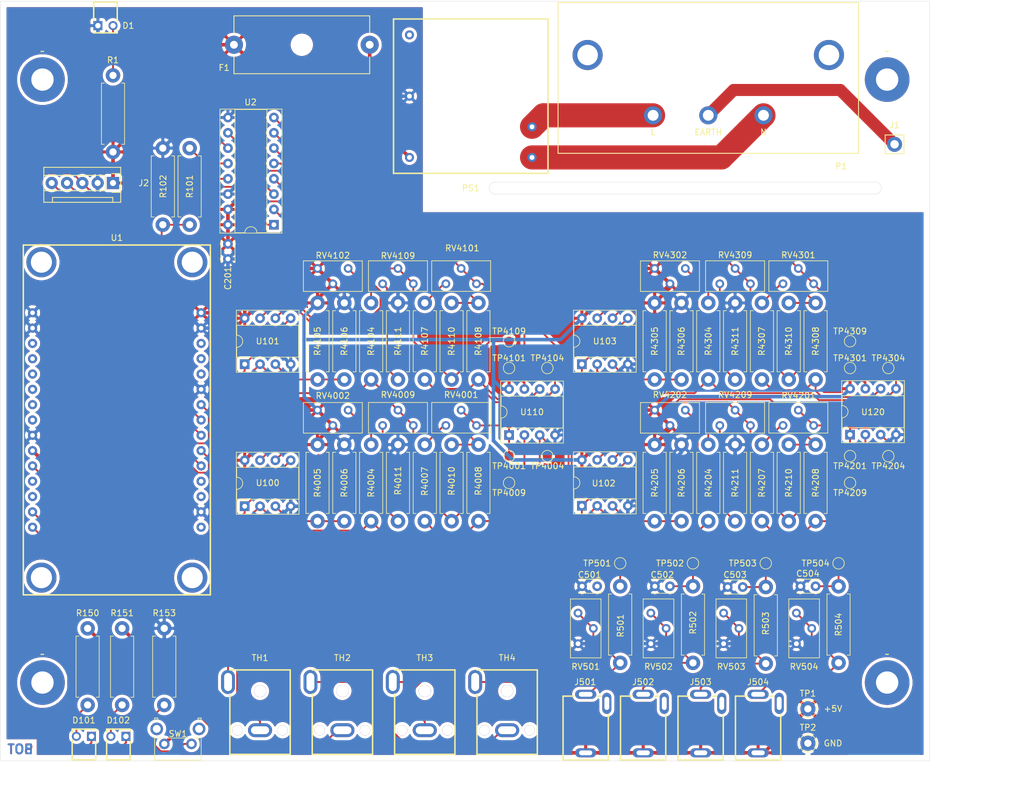
<source format=kicad_pcb>
(kicad_pcb (version 20171130) (host pcbnew "(5.1.4)-1")
  (title_block (title BBSensor) (date 2019-08-28) (rev 1.0) (comment 1 "BBQ Sensor"))
  (layers (0 F.Cu signal) (31 B.Cu signal) (34 B.Paste user) (35 F.Paste user) (36 B.SilkS user) (37 F.SilkS user) (38 B.Mask user) (39 F.Mask user) (44 Edge.Cuts user))
  (net 0 "")
  (net 1 GND)
  (net 2 +5V)
  (net 3 /Analog/Digital/TEMP5)
  (net 4 /Analog/Digital/TEMP6)
  (net 5 /Analog/Digital/TEMP7)
  (net 6 /Analog/Digital/TEMP8)
  (net 7 "Net-(D1-Pad2)")
  (net 8 "Net-(D101-Pad2)")
  (net 9 "Net-(D101-Pad1)")
  (net 10 "Net-(D102-Pad2)")
  (net 11 "Net-(D102-Pad1)")
  (net 12 "Net-(F1-Pad2)")
  (net 13 "Net-(J1-Pad1)")
  (net 14 "Net-(P1-Pad1)")
  (net 15 "Net-(P1-Pad2)")
  (net 16 "Net-(PS1-Pad3)")
  (net 17 /Analog/Digital/SPI1)
  (net 18 /Analog/Digital/SPI4)
  (net 19 /Analog/Digital/SPI2)
  (net 20 /ESP8266/MISO)
  (net 21 /Analog/Digital/SPI3)
  (net 22 /Display/SPI5)
  (net 23 +3V3)
  (net 24 "Net-(R153-Pad1)")
  (net 25 "Net-(J501-PadT)")
  (net 26 "Net-(J502-PadT)")
  (net 27 "Net-(J503-PadT)")
  (net 28 "Net-(J504-PadT)")
  (net 29 "Net-(R4004-Pad2)")
  (net 30 "Net-(R4004-Pad1)")
  (net 31 "Net-(R4005-Pad1)")
  (net 32 "Net-(R4007-Pad2)")
  (net 33 "Net-(R4007-Pad1)")
  (net 34 "Net-(R4008-Pad2)")
  (net 35 "Net-(R4010-Pad2)")
  (net 36 "Net-(R4011-Pad1)")
  (net 37 "Net-(R4104-Pad2)")
  (net 38 "Net-(R4104-Pad1)")
  (net 39 "Net-(R4105-Pad1)")
  (net 40 "Net-(R4107-Pad2)")
  (net 41 "Net-(R4107-Pad1)")
  (net 42 "Net-(R4108-Pad2)")
  (net 43 "Net-(R4110-Pad2)")
  (net 44 "Net-(R4111-Pad1)")
  (net 45 "Net-(R4204-Pad2)")
  (net 46 "Net-(R4204-Pad1)")
  (net 47 "Net-(R4205-Pad1)")
  (net 48 "Net-(R4207-Pad2)")
  (net 49 "Net-(R4207-Pad1)")
  (net 50 "Net-(R4208-Pad2)")
  (net 51 "Net-(R4210-Pad2)")
  (net 52 "Net-(R4211-Pad1)")
  (net 53 "Net-(R4304-Pad2)")
  (net 54 "Net-(R4304-Pad1)")
  (net 55 "Net-(R4305-Pad1)")
  (net 56 "Net-(R4307-Pad2)")
  (net 57 "Net-(R4307-Pad1)")
  (net 58 "Net-(R4308-Pad2)")
  (net 59 "Net-(R4310-Pad2)")
  (net 60 "Net-(R4311-Pad1)")
  (net 61 /Analog/Digital/TEMP1)
  (net 62 /Analog/Digital/TEMP2)
  (net 63 /Analog/Digital/TEMP3)
  (net 64 /Analog/Digital/TEMP4)
  (net 65 "Net-(TH1-Pad1)")
  (net 66 "Net-(TH2-Pad1)")
  (net 67 "Net-(TH3-Pad1)")
  (net 68 "Net-(TH4-Pad1)")
  (net 69 "Net-(U1-Pad18)")
  (net 70 "Net-(U1-Pad19)")
  (net 71 "Net-(U1-Pad23)")
  (net 72 "Net-(U1-Pad25)")
  (net 73 "Net-(U1-Pad24)")
  (net 74 "Net-(U1-Pad26)")
  (net 75 "Net-(U1-Pad27)")
  (net 76 "Net-(U1-Pad28)")
  (net 77 "Net-(U1-Pad13)")
  (net 78 "Net-(U1-Pad12)")
  (net 79 "Net-(U1-Pad11)")
  (net 80 "Net-(U1-Pad4)")
  (net 81 "Net-(U1-Pad3)")
  (net 82 "Net-(U1-Pad1)")
  (net 83 "Net-(J501-PadTN)")
  (net 84 "Net-(J502-PadTN)")
  (net 85 "Net-(J503-PadTN)")
  (net 86 "Net-(J504-PadTN)")
  (module Molex:Molex_KK256_Pin_Header_Straight_1x05 (layer F.Cu) (at 33.655 45.1485 270)
    (fp_text reference J2 (at 0 -5.1 180) (layer F.SilkS))
    (fp_text value Display)
    (pad 5 thru_hole oval (at 0 10.16 270) (size 2.032 2.032) (drill 1) (layers *.Cu *.Mask) (net 22 /Display/SPI5))
    (pad 4 thru_hole oval (at 0 7.62 270) (size 2.032 2.032) (drill 1) (layers *.Cu *.Mask) (net 21 /Analog/Digital/SPI3))
    (pad 3 thru_hole oval (at 0 5.08 270) (size 2.032 2.032) (drill 1) (layers *.Cu *.Mask) (net 17 /Analog/Digital/SPI1))
    (pad 2 thru_hole oval (at 0 2.54 270) (size 2.032 2.032) (drill 1) (layers *.Cu *.Mask) (net 1 GND))
    (pad 1 thru_hole rect (at 0 0 270) (size 2.032 2.032) (drill 1) (layers *.Cu *.Mask) (net 2 +5V))
  )
  (module Bulgin:PX0580PC (layer F.Cu) (at 132.32 15.225)
    (fp_text reference P1 (at 22.0345 27.1455) (layer F.SilkS))
    (fp_text value Conn_WallPlug_Earth)
    (fp_text user EARTH (at 0 21.5) (layer F.SilkS))
    (fp_text user N (at 9.15 21.5) (layer F.SilkS))
    (fp_text user L (at -9.15 21.5) (layer F.SilkS))
    (pad "" np_thru_hole circle (at -20 8.7) (size 5 5) (drill 3.4) (layers *.Cu *.Mask))
    (pad "" np_thru_hole circle (at 20 8.7) (size 5 5) (drill 3.4) (layers *.Cu *.Mask))
    (pad 3 thru_hole circle (at 0 18.7) (size 3 3) (drill 1.8) (layers *.Cu *.Mask) (net 13 "Net-(J1-Pad1)"))
    (pad 1 thru_hole circle (at -9.15 18.7) (size 3 3) (drill 1.8) (layers *.Cu *.Mask) (net 14 "Net-(P1-Pad1)"))
    (pad 2 thru_hole circle (at 9.15 18.7) (size 3 3) (drill 1.8) (layers *.Cu *.Mask) (net 15 "Net-(P1-Pad2)"))
  )
  (module Package_DIP:DIP-8_W7.62mm_Socket (layer F.Cu) (at 99.3 86.9475 90)
    (fp_text reference U110 (at 3.81 3.81 180) (layer F.SilkS))
    (fp_text value OPA2340)
    (pad 8 thru_hole oval (at 7.62 0 90) (size 1.6 1.6) (drill 0.8) (layers *.Cu *.Mask) (net 2 +5V))
    (pad 4 thru_hole oval (at 0 7.62 90) (size 1.6 1.6) (drill 0.8) (layers *.Cu *.Mask) (net 1 GND))
    (pad 7 thru_hole oval (at 7.62 2.54 90) (size 1.6 1.6) (drill 0.8) (layers *.Cu *.Mask) (net 62 /Analog/Digital/TEMP2))
    (pad 3 thru_hole oval (at 0 5.08 90) (size 1.6 1.6) (drill 0.8) (layers *.Cu *.Mask) (net 30 "Net-(R4004-Pad1)"))
    (pad 6 thru_hole oval (at 7.62 5.08 90) (size 1.6 1.6) (drill 0.8) (layers *.Cu *.Mask) (net 40 "Net-(R4107-Pad2)"))
    (pad 2 thru_hole oval (at 0 2.54 90) (size 1.6 1.6) (drill 0.8) (layers *.Cu *.Mask) (net 32 "Net-(R4007-Pad2)"))
    (pad 5 thru_hole oval (at 7.62 7.62 90) (size 1.6 1.6) (drill 0.8) (layers *.Cu *.Mask) (net 38 "Net-(R4104-Pad1)"))
    (pad 1 thru_hole rect (at 0 0 90) (size 1.6 1.6) (drill 0.8) (layers *.Cu *.Mask) (net 61 /Analog/Digital/TEMP1))
  )
  (module TestPoint:TestPoint_Pad_D1.5mm (layer F.Cu) (at 155.815 71.39)
    (fp_text reference TP4309 (at 0 -1.648) (layer F.SilkS))
    (fp_text value TestPoint)
    (pad 1 smd circle (at 0 0) (size 1.5 1.5) (layers F.Cu F.Mask) (net 59 "Net-(R4310-Pad2)"))
  )
  (module TestPoint:TestPoint_Pad_D1.5mm (layer F.Cu) (at 162.165 75.835)
    (fp_text reference TP4304 (at 0 -1.648) (layer F.SilkS))
    (fp_text value TestPoint)
    (pad 1 smd circle (at 0 0) (size 1.5 1.5) (layers F.Cu F.Mask) (net 54 "Net-(R4304-Pad1)"))
  )
  (module TestPoint:TestPoint_Pad_D1.5mm (layer F.Cu) (at 155.815 75.835)
    (fp_text reference TP4301 (at 0 -1.648) (layer F.SilkS))
    (fp_text value TestPoint)
    (pad 1 smd circle (at 0 0) (size 1.5 1.5) (layers F.Cu F.Mask) (net 64 /Analog/Digital/TEMP4))
  )
  (module TestPoint:TestPoint_Pad_D1.5mm (layer F.Cu) (at 155.815 94.885 180)
    (fp_text reference TP4209 (at 0 -1.648) (layer F.SilkS))
    (fp_text value TestPoint)
    (pad 1 smd circle (at 0 0 180) (size 1.5 1.5) (layers F.Cu F.Mask) (net 51 "Net-(R4210-Pad2)"))
  )
  (module TestPoint:TestPoint_Pad_D1.5mm (layer F.Cu) (at 162.165 90.44 180)
    (fp_text reference TP4204 (at 0 -1.648) (layer F.SilkS))
    (fp_text value TestPoint)
    (pad 1 smd circle (at 0 0 180) (size 1.5 1.5) (layers F.Cu F.Mask) (net 46 "Net-(R4204-Pad1)"))
  )
  (module TestPoint:TestPoint_Pad_D1.5mm (layer F.Cu) (at 155.815 90.44 180)
    (fp_text reference TP4201 (at 0 -1.648) (layer F.SilkS))
    (fp_text value TestPoint)
    (pad 1 smd circle (at 0 0 180) (size 1.5 1.5) (layers F.Cu F.Mask) (net 63 /Analog/Digital/TEMP3))
  )
  (module TestPoint:TestPoint_Pad_D1.5mm (layer F.Cu) (at 99.3 71.39)
    (fp_text reference TP4109 (at 0 -1.648) (layer F.SilkS))
    (fp_text value TestPoint)
    (pad 1 smd circle (at 0 0) (size 1.5 1.5) (layers F.Cu F.Mask) (net 43 "Net-(R4110-Pad2)"))
  )
  (module TestPoint:TestPoint_Pad_D1.5mm (layer F.Cu) (at 105.65 75.835)
    (fp_text reference TP4104 (at 0 -1.648) (layer F.SilkS))
    (fp_text value TestPoint)
    (pad 1 smd circle (at 0 0) (size 1.5 1.5) (layers F.Cu F.Mask) (net 38 "Net-(R4104-Pad1)"))
  )
  (module TestPoint:TestPoint_Pad_D1.5mm (layer F.Cu) (at 99.3 75.835)
    (fp_text reference TP4101 (at 0 -1.648) (layer F.SilkS))
    (fp_text value TestPoint)
    (pad 1 smd circle (at 0 0) (size 1.5 1.5) (layers F.Cu F.Mask) (net 62 /Analog/Digital/TEMP2))
  )
  (module TestPoint:TestPoint_Pad_D1.5mm (layer F.Cu) (at 99.3 94.885 180)
    (fp_text reference TP4009 (at 0 -1.648) (layer F.SilkS))
    (fp_text value TestPoint)
    (pad 1 smd circle (at 0 0 180) (size 1.5 1.5) (layers F.Cu F.Mask) (net 35 "Net-(R4010-Pad2)"))
  )
  (module TestPoint:TestPoint_Pad_D1.5mm (layer F.Cu) (at 105.65 90.44 180)
    (fp_text reference TP4004 (at 0 -1.648) (layer F.SilkS))
    (fp_text value TestPoint)
    (pad 1 smd circle (at 0 0 180) (size 1.5 1.5) (layers F.Cu F.Mask) (net 30 "Net-(R4004-Pad1)"))
  )
  (module TestPoint:TestPoint_Pad_D1.5mm (layer F.Cu) (at 99.3 90.44 180)
    (fp_text reference TP4001 (at 0 -1.648) (layer F.SilkS))
    (fp_text value TestPoint)
    (pad 1 smd circle (at 0 0 180) (size 1.5 1.5) (layers F.Cu F.Mask) (net 61 /Analog/Digital/TEMP1))
  )
  (module TestPoint:TestPoint_Pad_D1.5mm (layer F.Cu) (at 153.91 108.22)
    (fp_text reference TP504 (at -3.81 0) (layer F.SilkS))
    (fp_text value TestPoint)
    (pad 1 smd circle (at 0 0) (size 1.5 1.5) (layers F.Cu F.Mask) (net 6 /Analog/Digital/TEMP8))
  )
  (module TestPoint:TestPoint_Pad_D1.5mm (layer F.Cu) (at 141.845 108.22)
    (fp_text reference TP503 (at -3.81 0) (layer F.SilkS))
    (fp_text value TestPoint)
    (pad 1 smd circle (at 0 0) (size 1.5 1.5) (layers F.Cu F.Mask) (net 5 /Analog/Digital/TEMP7))
  )
  (module TestPoint:TestPoint_Pad_D1.5mm (layer F.Cu) (at 129.78 108.22)
    (fp_text reference TP502 (at -3.81 0) (layer F.SilkS))
    (fp_text value TestPoint)
    (pad 1 smd circle (at 0 0) (size 1.5 1.5) (layers F.Cu F.Mask) (net 4 /Analog/Digital/TEMP6))
  )
  (module TestPoint:TestPoint_Pad_D1.5mm (layer F.Cu) (at 117.715 108.22)
    (fp_text reference TP501 (at -3.81 0) (layer F.SilkS))
    (fp_text value TestPoint)
    (pad 1 smd circle (at 0 0) (size 1.5 1.5) (layers F.Cu F.Mask) (net 3 /Analog/Digital/TEMP5))
  )
  (module Collection:ESP8266-12E_NodeMCU_Lolin (layer F.Cu) (at 34.29 102.235 180)
    (fp_text reference U1 (at 0 48) (layer F.SilkS))
    (fp_text value ESP8266-12E_NodeMCU_Lolin)
    (pad "" np_thru_hole circle (at 12.5 43.95 180) (size 5 5) (drill 3.5) (layers *.Cu *.Mask))
    (pad "" np_thru_hole circle (at -12.5 43.95 180) (size 5 5) (drill 3.5) (layers *.Cu *.Mask))
    (pad "" np_thru_hole circle (at 12.5 -8.37 180) (size 5 5) (drill 3.5) (layers *.Cu *.Mask))
    (pad "" np_thru_hole circle (at -12.5 -8.37 180) (size 5 5) (drill 3.5) (layers *.Cu *.Mask))
    (pad 30 thru_hole circle (at 13.97 35.56 180) (size 1.524 1.524) (drill 0.762) (layers *.Cu *.Mask) (net 1 GND))
    (pad 16 thru_hole circle (at 13.97 0 180) (size 1.524 1.524) (drill 0.762) (layers *.Cu *.Mask) (net 9 "Net-(D101-Pad1)"))
    (pad 17 thru_hole circle (at 13.97 2.54 180) (size 1.524 1.524) (drill 0.762) (layers *.Cu *.Mask) (net 11 "Net-(D102-Pad1)"))
    (pad 18 thru_hole circle (at 13.97 5.08 180) (size 1.524 1.524) (drill 0.762) (layers *.Cu *.Mask) (net 69 "Net-(U1-Pad18)"))
    (pad 19 thru_hole circle (at 13.97 7.62 180) (size 1.524 1.524) (drill 0.762) (layers *.Cu *.Mask) (net 70 "Net-(U1-Pad19)"))
    (pad 20 thru_hole circle (at 13.97 10.16 180) (size 1.524 1.524) (drill 0.762) (layers *.Cu *.Mask) (net 24 "Net-(R153-Pad1)"))
    (pad 21 thru_hole circle (at 13.97 12.7 180) (size 1.524 1.524) (drill 0.762) (layers *.Cu *.Mask) (net 23 +3V3))
    (pad 23 thru_hole circle (at 13.97 17.78 180) (size 1.524 1.524) (drill 0.762) (layers *.Cu *.Mask) (net 71 "Net-(U1-Pad23)"))
    (pad 22 thru_hole circle (at 13.97 15.24 180) (size 1.524 1.524) (drill 0.762) (layers *.Cu *.Mask) (net 1 GND))
    (pad 25 thru_hole circle (at 13.97 22.86 180) (size 1.524 1.524) (drill 0.762) (layers *.Cu *.Mask) (net 72 "Net-(U1-Pad25)"))
    (pad 24 thru_hole circle (at 13.97 20.32 180) (size 1.524 1.524) (drill 0.762) (layers *.Cu *.Mask) (net 73 "Net-(U1-Pad24)"))
    (pad 26 thru_hole circle (at 13.97 25.4 180) (size 1.524 1.524) (drill 0.762) (layers *.Cu *.Mask) (net 74 "Net-(U1-Pad26)"))
    (pad 27 thru_hole circle (at 13.97 27.94 180) (size 1.524 1.524) (drill 0.762) (layers *.Cu *.Mask) (net 75 "Net-(U1-Pad27)"))
    (pad 29 thru_hole circle (at 13.97 33.02 180) (size 1.524 1.524) (drill 0.762) (layers *.Cu *.Mask) (net 1 GND))
    (pad 28 thru_hole circle (at 13.97 30.48 180) (size 1.524 1.524) (drill 0.762) (layers *.Cu *.Mask) (net 76 "Net-(U1-Pad28)"))
    (pad 15 thru_hole circle (at -13.97 35.56 180) (size 1.524 1.524) (drill 0.762) (layers *.Cu *.Mask) (net 2 +5V))
    (pad 13 thru_hole circle (at -13.97 30.48 180) (size 1.524 1.524) (drill 0.762) (layers *.Cu *.Mask) (net 77 "Net-(U1-Pad13)"))
    (pad 14 thru_hole circle (at -13.97 33.02 180) (size 1.524 1.524) (drill 0.762) (layers *.Cu *.Mask) (net 1 GND))
    (pad 12 thru_hole circle (at -13.97 27.94 180) (size 1.524 1.524) (drill 0.762) (layers *.Cu *.Mask) (net 78 "Net-(U1-Pad12)"))
    (pad 11 thru_hole circle (at -13.97 25.4 180) (size 1.524 1.524) (drill 0.762) (layers *.Cu *.Mask) (net 79 "Net-(U1-Pad11)"))
    (pad 9 thru_hole circle (at -13.97 20.32 180) (size 1.524 1.524) (drill 0.762) (layers *.Cu *.Mask) (net 21 /Analog/Digital/SPI3))
    (pad 10 thru_hole circle (at -13.97 22.86 180) (size 1.524 1.524) (drill 0.762) (layers *.Cu *.Mask) (net 1 GND))
    (pad 7 thru_hole circle (at -13.97 15.24 180) (size 1.524 1.524) (drill 0.762) (layers *.Cu *.Mask) (net 18 /Analog/Digital/SPI4))
    (pad 8 thru_hole circle (at -13.97 17.78 180) (size 1.524 1.524) (drill 0.762) (layers *.Cu *.Mask) (net 20 /ESP8266/MISO))
    (pad 6 thru_hole circle (at -13.97 12.7 180) (size 1.524 1.524) (drill 0.762) (layers *.Cu *.Mask) (net 17 /Analog/Digital/SPI1))
    (pad 5 thru_hole circle (at -13.97 10.16 180) (size 1.524 1.524) (drill 0.762) (layers *.Cu *.Mask) (net 22 /Display/SPI5))
    (pad 4 thru_hole circle (at -13.97 7.62 180) (size 1.524 1.524) (drill 0.762) (layers *.Cu *.Mask) (net 80 "Net-(U1-Pad4)"))
    (pad 3 thru_hole circle (at -13.97 5.08 180) (size 1.524 1.524) (drill 0.762) (layers *.Cu *.Mask) (net 81 "Net-(U1-Pad3)"))
    (pad 2 thru_hole circle (at -13.97 2.54 180) (size 1.524 1.524) (drill 0.762) (layers *.Cu *.Mask) (net 1 GND))
    (pad 1 thru_hole circle (at -13.97 0 180) (size 1.524 1.524) (drill 0.762) (layers *.Cu *.Mask) (net 82 "Net-(U1-Pad1)"))
  )
  (module Resistor_THT:R_Axial_DIN0411_L9.9mm_D3.6mm_P12.70mm_Horizontal (layer F.Cu) (at 41.91 52.07 90)
    (fp_text reference R102 (at 6.35 0.0635 270) (layer F.SilkS))
    (fp_text value 2k2)
    (pad 2 thru_hole oval (at 12.7 0 90) (size 2.4 2.4) (drill 1.2) (layers *.Cu *.Mask) (net 1 GND))
    (pad 1 thru_hole circle (at 0 0 90) (size 2.4 2.4) (drill 1.2) (layers *.Cu *.Mask) (net 20 /ESP8266/MISO))
  )
  (module Resistor_THT:R_Axial_DIN0411_L9.9mm_D3.6mm_P12.70mm_Horizontal (layer F.Cu) (at 46.355 52.07 90)
    (fp_text reference R101 (at 6.35 0 90) (layer F.SilkS))
    (fp_text value 1k)
    (pad 2 thru_hole oval (at 12.7 0 90) (size 2.4 2.4) (drill 1.2) (layers *.Cu *.Mask) (net 19 /Analog/Digital/SPI2))
    (pad 1 thru_hole circle (at 0 0 90) (size 2.4 2.4) (drill 1.2) (layers *.Cu *.Mask) (net 20 /ESP8266/MISO))
  )
  (module TestPoint:TestPoint_THTPad_D2.5mm_Drill1.2mm (layer F.Cu) (at 148.83 138.065)
    (fp_text reference TP2 (at 0 -2.6035) (layer F.SilkS))
    (fp_text value TestPoint)
    (pad 1 thru_hole circle (at 0 0) (size 2.5 2.5) (drill 1.2) (layers *.Cu *.Mask) (net 1 GND))
  )
  (module TestPoint:TestPoint_THTPad_D2.5mm_Drill1.2mm (layer F.Cu) (at 148.83 132.35)
    (fp_text reference TP1 (at 0 -2.54) (layer F.SilkS))
    (fp_text value TestPoint)
    (pad 1 thru_hole circle (at 0 0) (size 2.5 2.5) (drill 1.2) (layers *.Cu *.Mask) (net 2 +5V))
  )
  (module VCC:5600F (layer F.Cu) (at 32.405 15.05)
    (fp_text reference D1 (at 3.79 4) (layer F.SilkS))
    (fp_text value POWER)
    (pad 2 thru_hole circle (at 1.25 4) (size 1.5 1.5) (drill 0.9) (layers *.Cu *.Mask) (net 7 "Net-(D1-Pad2)"))
    (pad 1 thru_hole rect (at -1.25 4) (size 1.5 1.5) (drill 0.9) (layers *.Cu *.Mask) (net 1 GND))
  )
  (module Lumberg:LUMBERG_1501_09 (layer F.Cu) (at 112 140.8525 180)
    (fp_text reference J501 (at 0.0635 12.9475 180) (layer F.SilkS))
    (fp_text value AudioJack2_SwitchT)
    (pad TN thru_hole oval (at -3.5 9.4 180) (size 1.5 3.5) (drill oval 0.8 2.2) (layers *.Cu *.Mask) (net 83 "Net-(J501-PadTN)"))
    (pad T thru_hole oval (at 0 10.9 180) (size 3.5 1.5) (drill oval 2.3 0.8) (layers *.Cu *.Mask) (net 25 "Net-(J501-PadT)"))
    (pad S thru_hole oval (at 0 1.2 180) (size 3.5 1.5) (drill oval 2.2 0.8) (layers *.Cu *.Mask) (net 2 +5V))
  )
  (module VCC:5600F (layer F.Cu) (at 28.835 140.922 180)
    (fp_text reference D101 (at 0 6.667 180) (layer F.SilkS))
    (fp_text value RED)
    (pad 2 thru_hole circle (at 1.25 4 180) (size 1.5 1.5) (drill 0.9) (layers *.Cu *.Mask) (net 8 "Net-(D101-Pad2)"))
    (pad 1 thru_hole rect (at -1.25 4 180) (size 1.5 1.5) (drill 0.9) (layers *.Cu *.Mask) (net 9 "Net-(D101-Pad1)"))
  )
  (module VCC:5600F (layer F.Cu) (at 34.55 140.922 180)
    (fp_text reference D102 (at 0.02 6.667) (layer F.SilkS))
    (fp_text value GREEN)
    (pad 2 thru_hole circle (at 1.25 4 180) (size 1.5 1.5) (drill 0.9) (layers *.Cu *.Mask) (net 10 "Net-(D102-Pad2)"))
    (pad 1 thru_hole rect (at -1.25 4 180) (size 1.5 1.5) (drill 0.9) (layers *.Cu *.Mask) (net 11 "Net-(D102-Pad1)"))
  )
  (module Lumberg:LUMBERG_1501_09 (layer F.Cu) (at 140.575 140.8525 180)
    (fp_text reference J504 (at 0 12.9475) (layer F.SilkS))
    (fp_text value AudioJack2_SwitchT)
    (pad TN thru_hole oval (at -3.5 9.4 180) (size 1.5 3.5) (drill oval 0.8 2.2) (layers *.Cu *.Mask) (net 86 "Net-(J504-PadTN)"))
    (pad T thru_hole oval (at 0 10.9 180) (size 3.5 1.5) (drill oval 2.3 0.8) (layers *.Cu *.Mask) (net 28 "Net-(J504-PadT)"))
    (pad S thru_hole oval (at 0 1.2 180) (size 3.5 1.5) (drill oval 2.2 0.8) (layers *.Cu *.Mask) (net 2 +5V))
  )
  (module Lumberg:LUMBERG_1501_09 (layer F.Cu) (at 131.05 140.8525 180)
    (fp_text reference J503 (at 0 12.9475) (layer F.SilkS))
    (fp_text value AudioJack2_SwitchT)
    (pad TN thru_hole oval (at -3.5 9.4 180) (size 1.5 3.5) (drill oval 0.8 2.2) (layers *.Cu *.Mask) (net 85 "Net-(J503-PadTN)"))
    (pad T thru_hole oval (at 0 10.9 180) (size 3.5 1.5) (drill oval 2.3 0.8) (layers *.Cu *.Mask) (net 27 "Net-(J503-PadT)"))
    (pad S thru_hole oval (at 0 1.2 180) (size 3.5 1.5) (drill oval 2.2 0.8) (layers *.Cu *.Mask) (net 2 +5V))
  )
  (module Lumberg:LUMBERG_1501_09 (layer F.Cu) (at 121.525 140.8525 180)
    (fp_text reference J502 (at 0 12.9475) (layer F.SilkS))
    (fp_text value AudioJack2_SwitchT)
    (pad TN thru_hole oval (at -3.5 9.4 180) (size 1.5 3.5) (drill oval 0.8 2.2) (layers *.Cu *.Mask) (net 84 "Net-(J502-PadTN)"))
    (pad T thru_hole oval (at 0 10.9 180) (size 3.5 1.5) (drill oval 2.3 0.8) (layers *.Cu *.Mask) (net 26 "Net-(J502-PadT)"))
    (pad S thru_hole oval (at 0 1.2 180) (size 3.5 1.5) (drill oval 2.2 0.8) (layers *.Cu *.Mask) (net 2 +5V))
  )
  (module Potentiometer_THT:Potentiometer_Bourns_3296Y_Vertical (layer F.Cu) (at 146.925 116.475 90)
    (fp_text reference RV504 (at -8.89 1.27 180) (layer F.SilkS))
    (fp_text value 10k)
    (pad 3 thru_hole circle (at -5.08 0 90) (size 1.44 1.44) (drill 0.8) (layers *.Cu *.Mask) (net 1 GND))
    (pad 2 thru_hole circle (at -2.54 2.54 90) (size 1.44 1.44) (drill 0.8) (layers *.Cu *.Mask) (net 28 "Net-(J504-PadT)"))
    (pad 1 thru_hole circle (at 0 0 90) (size 1.44 1.44) (drill 0.8) (layers *.Cu *.Mask) (net 28 "Net-(J504-PadT)"))
  )
  (module Potentiometer_THT:Potentiometer_Bourns_3296Y_Vertical (layer F.Cu) (at 134.86 116.475 90)
    (fp_text reference RV503 (at -8.89 1.27 180) (layer F.SilkS))
    (fp_text value 10k)
    (pad 3 thru_hole circle (at -5.08 0 90) (size 1.44 1.44) (drill 0.8) (layers *.Cu *.Mask) (net 1 GND))
    (pad 2 thru_hole circle (at -2.54 2.54 90) (size 1.44 1.44) (drill 0.8) (layers *.Cu *.Mask) (net 27 "Net-(J503-PadT)"))
    (pad 1 thru_hole circle (at 0 0 90) (size 1.44 1.44) (drill 0.8) (layers *.Cu *.Mask) (net 27 "Net-(J503-PadT)"))
  )
  (module Potentiometer_THT:Potentiometer_Bourns_3296Y_Vertical (layer F.Cu) (at 122.795 116.475 90)
    (fp_text reference RV502 (at -8.89 1.27 180) (layer F.SilkS))
    (fp_text value 10k)
    (pad 3 thru_hole circle (at -5.08 0 90) (size 1.44 1.44) (drill 0.8) (layers *.Cu *.Mask) (net 1 GND))
    (pad 2 thru_hole circle (at -2.54 2.54 90) (size 1.44 1.44) (drill 0.8) (layers *.Cu *.Mask) (net 26 "Net-(J502-PadT)"))
    (pad 1 thru_hole circle (at 0 0 90) (size 1.44 1.44) (drill 0.8) (layers *.Cu *.Mask) (net 26 "Net-(J502-PadT)"))
  )
  (module Potentiometer_THT:Potentiometer_Bourns_3296Y_Vertical (layer F.Cu) (at 110.73 116.475 90)
    (fp_text reference RV501 (at -8.89 1.27 180) (layer F.SilkS))
    (fp_text value 10k)
    (pad 3 thru_hole circle (at -5.08 0 90) (size 1.44 1.44) (drill 0.8) (layers *.Cu *.Mask) (net 1 GND))
    (pad 2 thru_hole circle (at -2.54 2.54 90) (size 1.44 1.44) (drill 0.8) (layers *.Cu *.Mask) (net 25 "Net-(J501-PadT)"))
    (pad 1 thru_hole circle (at 0 0 90) (size 1.44 1.44) (drill 0.8) (layers *.Cu *.Mask) (net 25 "Net-(J501-PadT)"))
  )
  (module Package_DIP:DIP-8_W7.62mm_Socket (layer F.Cu) (at 155.815 86.884 90)
    (fp_text reference U120 (at 3.7465 3.81) (layer F.SilkS))
    (fp_text value OPA2340)
    (pad 8 thru_hole oval (at 7.62 0 90) (size 1.6 1.6) (drill 0.8) (layers *.Cu *.Mask) (net 2 +5V))
    (pad 4 thru_hole oval (at 0 7.62 90) (size 1.6 1.6) (drill 0.8) (layers *.Cu *.Mask) (net 1 GND))
    (pad 7 thru_hole oval (at 7.62 2.54 90) (size 1.6 1.6) (drill 0.8) (layers *.Cu *.Mask) (net 64 /Analog/Digital/TEMP4))
    (pad 3 thru_hole oval (at 0 5.08 90) (size 1.6 1.6) (drill 0.8) (layers *.Cu *.Mask) (net 46 "Net-(R4204-Pad1)"))
    (pad 6 thru_hole oval (at 7.62 5.08 90) (size 1.6 1.6) (drill 0.8) (layers *.Cu *.Mask) (net 56 "Net-(R4307-Pad2)"))
    (pad 2 thru_hole oval (at 0 2.54 90) (size 1.6 1.6) (drill 0.8) (layers *.Cu *.Mask) (net 48 "Net-(R4207-Pad2)"))
    (pad 5 thru_hole oval (at 7.62 7.62 90) (size 1.6 1.6) (drill 0.8) (layers *.Cu *.Mask) (net 54 "Net-(R4304-Pad1)"))
    (pad 1 thru_hole rect (at 0 0 90) (size 1.6 1.6) (drill 0.8) (layers *.Cu *.Mask) (net 63 /Analog/Digital/TEMP3))
  )
  (module Package_DIP:DIP-8_W7.62mm_Socket (layer F.Cu) (at 111.365 75.2 90)
    (fp_text reference U103 (at 3.81 3.81 180) (layer F.SilkS))
    (fp_text value OPA2340)
    (pad 8 thru_hole oval (at 7.62 0 90) (size 1.6 1.6) (drill 0.8) (layers *.Cu *.Mask) (net 2 +5V))
    (pad 4 thru_hole oval (at 0 7.62 90) (size 1.6 1.6) (drill 0.8) (layers *.Cu *.Mask) (net 1 GND))
    (pad 7 thru_hole oval (at 7.62 2.54 90) (size 1.6 1.6) (drill 0.8) (layers *.Cu *.Mask) (net 58 "Net-(R4308-Pad2)"))
    (pad 3 thru_hole oval (at 0 5.08 90) (size 1.6 1.6) (drill 0.8) (layers *.Cu *.Mask) (net 55 "Net-(R4305-Pad1)"))
    (pad 6 thru_hole oval (at 7.62 5.08 90) (size 1.6 1.6) (drill 0.8) (layers *.Cu *.Mask) (net 59 "Net-(R4310-Pad2)"))
    (pad 2 thru_hole oval (at 0 2.54 90) (size 1.6 1.6) (drill 0.8) (layers *.Cu *.Mask) (net 54 "Net-(R4304-Pad1)"))
    (pad 5 thru_hole oval (at 7.62 7.62 90) (size 1.6 1.6) (drill 0.8) (layers *.Cu *.Mask) (net 68 "Net-(TH4-Pad1)"))
    (pad 1 thru_hole rect (at 0 0 90) (size 1.6 1.6) (drill 0.8) (layers *.Cu *.Mask) (net 68 "Net-(TH4-Pad1)"))
  )
  (module Package_DIP:DIP-8_W7.62mm_Socket (layer F.Cu) (at 111.365 98.695 90)
    (fp_text reference U102 (at 3.7465 3.6195 180) (layer F.SilkS))
    (fp_text value OPA2340)
    (pad 8 thru_hole oval (at 7.62 0 90) (size 1.6 1.6) (drill 0.8) (layers *.Cu *.Mask) (net 2 +5V))
    (pad 4 thru_hole oval (at 0 7.62 90) (size 1.6 1.6) (drill 0.8) (layers *.Cu *.Mask) (net 1 GND))
    (pad 7 thru_hole oval (at 7.62 2.54 90) (size 1.6 1.6) (drill 0.8) (layers *.Cu *.Mask) (net 50 "Net-(R4208-Pad2)"))
    (pad 3 thru_hole oval (at 0 5.08 90) (size 1.6 1.6) (drill 0.8) (layers *.Cu *.Mask) (net 47 "Net-(R4205-Pad1)"))
    (pad 6 thru_hole oval (at 7.62 5.08 90) (size 1.6 1.6) (drill 0.8) (layers *.Cu *.Mask) (net 51 "Net-(R4210-Pad2)"))
    (pad 2 thru_hole oval (at 0 2.54 90) (size 1.6 1.6) (drill 0.8) (layers *.Cu *.Mask) (net 46 "Net-(R4204-Pad1)"))
    (pad 5 thru_hole oval (at 7.62 7.62 90) (size 1.6 1.6) (drill 0.8) (layers *.Cu *.Mask) (net 67 "Net-(TH3-Pad1)"))
    (pad 1 thru_hole rect (at 0 0 90) (size 1.6 1.6) (drill 0.8) (layers *.Cu *.Mask) (net 67 "Net-(TH3-Pad1)"))
  )
  (module Package_DIP:DIP-8_W7.62mm_Socket (layer F.Cu) (at 55.485 75.2 90)
    (fp_text reference U101 (at 3.81 3.81 180) (layer F.SilkS))
    (fp_text value OPA2340)
    (pad 8 thru_hole oval (at 7.62 0 90) (size 1.6 1.6) (drill 0.8) (layers *.Cu *.Mask) (net 2 +5V))
    (pad 4 thru_hole oval (at 0 7.62 90) (size 1.6 1.6) (drill 0.8) (layers *.Cu *.Mask) (net 1 GND))
    (pad 7 thru_hole oval (at 7.62 2.54 90) (size 1.6 1.6) (drill 0.8) (layers *.Cu *.Mask) (net 42 "Net-(R4108-Pad2)"))
    (pad 3 thru_hole oval (at 0 5.08 90) (size 1.6 1.6) (drill 0.8) (layers *.Cu *.Mask) (net 39 "Net-(R4105-Pad1)"))
    (pad 6 thru_hole oval (at 7.62 5.08 90) (size 1.6 1.6) (drill 0.8) (layers *.Cu *.Mask) (net 43 "Net-(R4110-Pad2)"))
    (pad 2 thru_hole oval (at 0 2.54 90) (size 1.6 1.6) (drill 0.8) (layers *.Cu *.Mask) (net 38 "Net-(R4104-Pad1)"))
    (pad 5 thru_hole oval (at 7.62 7.62 90) (size 1.6 1.6) (drill 0.8) (layers *.Cu *.Mask) (net 66 "Net-(TH2-Pad1)"))
    (pad 1 thru_hole rect (at 0 0 90) (size 1.6 1.6) (drill 0.8) (layers *.Cu *.Mask) (net 66 "Net-(TH2-Pad1)"))
  )
  (module Package_DIP:DIP-8_W7.62mm_Socket (layer F.Cu) (at 55.485 98.7585 90)
    (fp_text reference U100 (at 3.8735 3.81 180) (layer F.SilkS))
    (fp_text value OPA2340)
    (pad 8 thru_hole oval (at 7.62 0 90) (size 1.6 1.6) (drill 0.8) (layers *.Cu *.Mask) (net 2 +5V))
    (pad 4 thru_hole oval (at 0 7.62 90) (size 1.6 1.6) (drill 0.8) (layers *.Cu *.Mask) (net 1 GND))
    (pad 7 thru_hole oval (at 7.62 2.54 90) (size 1.6 1.6) (drill 0.8) (layers *.Cu *.Mask) (net 34 "Net-(R4008-Pad2)"))
    (pad 3 thru_hole oval (at 0 5.08 90) (size 1.6 1.6) (drill 0.8) (layers *.Cu *.Mask) (net 31 "Net-(R4005-Pad1)"))
    (pad 6 thru_hole oval (at 7.62 5.08 90) (size 1.6 1.6) (drill 0.8) (layers *.Cu *.Mask) (net 35 "Net-(R4010-Pad2)"))
    (pad 2 thru_hole oval (at 0 2.54 90) (size 1.6 1.6) (drill 0.8) (layers *.Cu *.Mask) (net 30 "Net-(R4004-Pad1)"))
    (pad 5 thru_hole oval (at 7.62 7.62 90) (size 1.6 1.6) (drill 0.8) (layers *.Cu *.Mask) (net 65 "Net-(TH1-Pad1)"))
    (pad 1 thru_hole rect (at 0 0 90) (size 1.6 1.6) (drill 0.8) (layers *.Cu *.Mask) (net 65 "Net-(TH1-Pad1)"))
  )
  (module Package_DIP:DIP-16_W7.62mm_Socket (layer F.Cu) (at 60.325 52.07 180)
    (fp_text reference U2 (at 3.8735 20.32) (layer F.SilkS))
    (fp_text value MCP3208)
    (pad 16 thru_hole oval (at 7.62 0 180) (size 1.6 1.6) (drill 0.8) (layers *.Cu *.Mask) (net 2 +5V))
    (pad 8 thru_hole oval (at 0 17.78 180) (size 1.6 1.6) (drill 0.8) (layers *.Cu *.Mask) (net 6 /Analog/Digital/TEMP8))
    (pad 15 thru_hole oval (at 7.62 2.54 180) (size 1.6 1.6) (drill 0.8) (layers *.Cu *.Mask) (net 2 +5V))
    (pad 7 thru_hole oval (at 0 15.24 180) (size 1.6 1.6) (drill 0.8) (layers *.Cu *.Mask) (net 5 /Analog/Digital/TEMP7))
    (pad 14 thru_hole oval (at 7.62 5.08 180) (size 1.6 1.6) (drill 0.8) (layers *.Cu *.Mask) (net 1 GND))
    (pad 6 thru_hole oval (at 0 12.7 180) (size 1.6 1.6) (drill 0.8) (layers *.Cu *.Mask) (net 4 /Analog/Digital/TEMP6))
    (pad 13 thru_hole oval (at 7.62 7.62 180) (size 1.6 1.6) (drill 0.8) (layers *.Cu *.Mask) (net 21 /Analog/Digital/SPI3))
    (pad 5 thru_hole oval (at 0 10.16 180) (size 1.6 1.6) (drill 0.8) (layers *.Cu *.Mask) (net 3 /Analog/Digital/TEMP5))
    (pad 12 thru_hole oval (at 7.62 10.16 180) (size 1.6 1.6) (drill 0.8) (layers *.Cu *.Mask) (net 19 /Analog/Digital/SPI2))
    (pad 4 thru_hole oval (at 0 7.62 180) (size 1.6 1.6) (drill 0.8) (layers *.Cu *.Mask) (net 64 /Analog/Digital/TEMP4))
    (pad 11 thru_hole oval (at 7.62 12.7 180) (size 1.6 1.6) (drill 0.8) (layers *.Cu *.Mask) (net 17 /Analog/Digital/SPI1))
    (pad 3 thru_hole oval (at 0 5.08 180) (size 1.6 1.6) (drill 0.8) (layers *.Cu *.Mask) (net 63 /Analog/Digital/TEMP3))
    (pad 10 thru_hole oval (at 7.62 15.24 180) (size 1.6 1.6) (drill 0.8) (layers *.Cu *.Mask) (net 18 /Analog/Digital/SPI4))
    (pad 2 thru_hole oval (at 0 2.54 180) (size 1.6 1.6) (drill 0.8) (layers *.Cu *.Mask) (net 62 /Analog/Digital/TEMP2))
    (pad 9 thru_hole oval (at 7.62 17.78 180) (size 1.6 1.6) (drill 0.8) (layers *.Cu *.Mask) (net 1 GND))
    (pad 1 thru_hole rect (at 0 0 180) (size 1.6 1.6) (drill 0.8) (layers *.Cu *.Mask) (net 61 /Analog/Digital/TEMP1))
  )
  (module Lumberg:LUMBERG_1553_02 (layer F.Cu) (at 98.9825 135.906 180)
    (fp_text reference TH4 (at 0 12) (layer F.SilkS))
    (fp_text value Thermistor_NTC)
    (pad 1 thru_hole oval (at 5.3 8 270) (size 4 2.3) (drill oval 3 1.3) (layers *.Cu *.Mask) (net 68 "Net-(TH4-Pad1)"))
    (pad "" thru_hole circle (at 0 6.5 180) (size 2 2) (drill 2) (layers *.Cu *.Mask))
    (pad "" thru_hole circle (at -3.75 0 180) (size 1.7 1.7) (drill 1.7) (layers *.Cu *.Mask))
    (pad "" thru_hole circle (at 3.75 0 180) (size 1.7 1.7) (drill 1.7) (layers *.Cu *.Mask))
    (pad 2 thru_hole oval (at 0 0 180) (size 4 2.3) (drill oval 3 1.3) (layers *.Cu *.Mask) (net 54 "Net-(R4304-Pad1)"))
  )
  (module Lumberg:LUMBERG_1553_02 (layer F.Cu) (at 85.33 135.906 180)
    (fp_text reference TH3 (at 0 12) (layer F.SilkS))
    (fp_text value Thermistor_NTC)
    (pad 1 thru_hole oval (at 5.3 8 270) (size 4 2.3) (drill oval 3 1.3) (layers *.Cu *.Mask) (net 67 "Net-(TH3-Pad1)"))
    (pad "" thru_hole circle (at 0 6.5 180) (size 2 2) (drill 2) (layers *.Cu *.Mask))
    (pad "" thru_hole circle (at -3.75 0 180) (size 1.7 1.7) (drill 1.7) (layers *.Cu *.Mask))
    (pad "" thru_hole circle (at 3.75 0 180) (size 1.7 1.7) (drill 1.7) (layers *.Cu *.Mask))
    (pad 2 thru_hole oval (at 0 0 180) (size 4 2.3) (drill oval 3 1.3) (layers *.Cu *.Mask) (net 46 "Net-(R4204-Pad1)"))
  )
  (module Lumberg:LUMBERG_1553_02 (layer F.Cu) (at 71.6775 135.906 180)
    (fp_text reference TH2 (at 0 12) (layer F.SilkS))
    (fp_text value Thermistor_NTC)
    (pad 1 thru_hole oval (at 5.3 8 270) (size 4 2.3) (drill oval 3 1.3) (layers *.Cu *.Mask) (net 66 "Net-(TH2-Pad1)"))
    (pad "" thru_hole circle (at 0 6.5 180) (size 2 2) (drill 2) (layers *.Cu *.Mask))
    (pad "" thru_hole circle (at -3.75 0 180) (size 1.7 1.7) (drill 1.7) (layers *.Cu *.Mask))
    (pad "" thru_hole circle (at 3.75 0 180) (size 1.7 1.7) (drill 1.7) (layers *.Cu *.Mask))
    (pad 2 thru_hole oval (at 0 0 180) (size 4 2.3) (drill oval 3 1.3) (layers *.Cu *.Mask) (net 38 "Net-(R4104-Pad1)"))
  )
  (module Lumberg:LUMBERG_1553_02 (layer F.Cu) (at 58.025 135.906 180)
    (fp_text reference TH1 (at 0 12) (layer F.SilkS))
    (fp_text value Thermistor_NTC)
    (pad 1 thru_hole oval (at 5.3 8 270) (size 4 2.3) (drill oval 3 1.3) (layers *.Cu *.Mask) (net 65 "Net-(TH1-Pad1)"))
    (pad "" thru_hole circle (at 0 6.5 180) (size 2 2) (drill 2) (layers *.Cu *.Mask))
    (pad "" thru_hole circle (at -3.75 0 180) (size 1.7 1.7) (drill 1.7) (layers *.Cu *.Mask))
    (pad "" thru_hole circle (at 3.75 0 180) (size 1.7 1.7) (drill 1.7) (layers *.Cu *.Mask))
    (pad 2 thru_hole oval (at 0 0 180) (size 4 2.3) (drill oval 3 1.3) (layers *.Cu *.Mask) (net 30 "Net-(R4004-Pad1)"))
  )
  (module Button_Switch_THT:SW_Tactile_SPST_Angled_PTS645Vx83-2LFS (layer F.Cu) (at 46.664 138.176 180)
    (fp_text reference SW1 (at 2.25 1.68) (layer F.SilkS))
    (fp_text value SW_Push)
    (pad "" thru_hole circle (at -1.25 2.49 180) (size 2.1 2.1) (drill 1.3) (layers *.Cu *.Mask))
    (pad 1 thru_hole circle (at 0 0 180) (size 1.75 1.75) (drill 0.99) (layers *.Cu *.Mask) (net 24 "Net-(R153-Pad1)"))
    (pad 2 thru_hole circle (at 4.5 0 180) (size 1.75 1.75) (drill 0.99) (layers *.Cu *.Mask) (net 23 +3V3))
    (pad "" thru_hole circle (at 5.76 2.49 180) (size 2.1 2.1) (drill 1.3) (layers *.Cu *.Mask))
  )
  (module Potentiometer_THT:Potentiometer_Bourns_3296Y_Vertical (layer F.Cu) (at 134.225 61.865 180)
    (fp_text reference RV4309 (at -2.54 4.7625) (layer F.SilkS))
    (fp_text value 470)
    (pad 3 thru_hole circle (at -5.08 0 180) (size 1.44 1.44) (drill 0.8) (layers *.Cu *.Mask) (net 59 "Net-(R4310-Pad2)"))
    (pad 2 thru_hole circle (at -2.54 2.54 180) (size 1.44 1.44) (drill 0.8) (layers *.Cu *.Mask) (net 59 "Net-(R4310-Pad2)"))
    (pad 1 thru_hole circle (at 0 0 180) (size 1.44 1.44) (drill 0.8) (layers *.Cu *.Mask) (net 60 "Net-(R4311-Pad1)"))
  )
  (module Potentiometer_THT:Potentiometer_Bourns_3296Y_Vertical (layer F.Cu) (at 128.51 59.325)
    (fp_text reference RV4302 (at -2.54 -2.2225) (layer F.SilkS))
    (fp_text value 300)
    (pad 3 thru_hole circle (at -5.08 0) (size 1.44 1.44) (drill 0.8) (layers *.Cu *.Mask) (net 2 +5V))
    (pad 2 thru_hole circle (at -2.54 2.54) (size 1.44 1.44) (drill 0.8) (layers *.Cu *.Mask) (net 2 +5V))
    (pad 1 thru_hole circle (at 0 0) (size 1.44 1.44) (drill 0.8) (layers *.Cu *.Mask) (net 53 "Net-(R4304-Pad2)"))
  )
  (module Potentiometer_THT:Potentiometer_Bourns_3296Y_Vertical (layer F.Cu) (at 144.7025 61.865 180)
    (fp_text reference RV4301 (at -2.54 4.7625) (layer F.SilkS))
    (fp_text value 405)
    (pad 3 thru_hole circle (at -5.08 0 180) (size 1.44 1.44) (drill 0.8) (layers *.Cu *.Mask) (net 64 /Analog/Digital/TEMP4))
    (pad 2 thru_hole circle (at -2.54 2.54 180) (size 1.44 1.44) (drill 0.8) (layers *.Cu *.Mask) (net 64 /Analog/Digital/TEMP4))
    (pad 1 thru_hole circle (at 0 0 180) (size 1.44 1.44) (drill 0.8) (layers *.Cu *.Mask) (net 57 "Net-(R4307-Pad1)"))
  )
  (module Potentiometer_THT:Potentiometer_Bourns_3296Y_Vertical (layer F.Cu) (at 134.225 85.36 180)
    (fp_text reference RV4209 (at -2.54 5.08) (layer F.SilkS))
    (fp_text value 470)
    (pad 3 thru_hole circle (at -5.08 0 180) (size 1.44 1.44) (drill 0.8) (layers *.Cu *.Mask) (net 51 "Net-(R4210-Pad2)"))
    (pad 2 thru_hole circle (at -2.54 2.54 180) (size 1.44 1.44) (drill 0.8) (layers *.Cu *.Mask) (net 51 "Net-(R4210-Pad2)"))
    (pad 1 thru_hole circle (at 0 0 180) (size 1.44 1.44) (drill 0.8) (layers *.Cu *.Mask) (net 52 "Net-(R4211-Pad1)"))
  )
  (module Potentiometer_THT:Potentiometer_Bourns_3296Y_Vertical (layer F.Cu) (at 128.51 82.82)
    (fp_text reference RV4202 (at -2.54 -2.54 180) (layer F.SilkS))
    (fp_text value 300)
    (pad 3 thru_hole circle (at -5.08 0) (size 1.44 1.44) (drill 0.8) (layers *.Cu *.Mask) (net 2 +5V))
    (pad 2 thru_hole circle (at -2.54 2.54) (size 1.44 1.44) (drill 0.8) (layers *.Cu *.Mask) (net 2 +5V))
    (pad 1 thru_hole circle (at 0 0) (size 1.44 1.44) (drill 0.8) (layers *.Cu *.Mask) (net 45 "Net-(R4204-Pad2)"))
  )
  (module Potentiometer_THT:Potentiometer_Bourns_3296Y_Vertical (layer F.Cu) (at 144.7025 85.36 180)
    (fp_text reference RV4201 (at -2.5835 4.956) (layer F.SilkS))
    (fp_text value 405)
    (pad 3 thru_hole circle (at -5.08 0 180) (size 1.44 1.44) (drill 0.8) (layers *.Cu *.Mask) (net 63 /Analog/Digital/TEMP3))
    (pad 2 thru_hole circle (at -2.54 2.54 180) (size 1.44 1.44) (drill 0.8) (layers *.Cu *.Mask) (net 63 /Analog/Digital/TEMP3))
    (pad 1 thru_hole circle (at 0 0 180) (size 1.44 1.44) (drill 0.8) (layers *.Cu *.Mask) (net 49 "Net-(R4207-Pad1)"))
  )
  (module Potentiometer_THT:Potentiometer_Bourns_3296Y_Vertical (layer F.Cu) (at 78.345 61.865 180)
    (fp_text reference RV4109 (at -2.54 4.6355) (layer F.SilkS))
    (fp_text value 470)
    (pad 3 thru_hole circle (at -5.08 0 180) (size 1.44 1.44) (drill 0.8) (layers *.Cu *.Mask) (net 43 "Net-(R4110-Pad2)"))
    (pad 2 thru_hole circle (at -2.54 2.54 180) (size 1.44 1.44) (drill 0.8) (layers *.Cu *.Mask) (net 43 "Net-(R4110-Pad2)"))
    (pad 1 thru_hole circle (at 0 0 180) (size 1.44 1.44) (drill 0.8) (layers *.Cu *.Mask) (net 44 "Net-(R4111-Pad1)"))
  )
  (module Potentiometer_THT:Potentiometer_Bourns_3296Y_Vertical (layer F.Cu) (at 72.63 59.325)
    (fp_text reference RV4102 (at -2.54 -2.159) (layer F.SilkS))
    (fp_text value 300)
    (pad 3 thru_hole circle (at -5.08 0) (size 1.44 1.44) (drill 0.8) (layers *.Cu *.Mask) (net 2 +5V))
    (pad 2 thru_hole circle (at -2.54 2.54) (size 1.44 1.44) (drill 0.8) (layers *.Cu *.Mask) (net 2 +5V))
    (pad 1 thru_hole circle (at 0 0) (size 1.44 1.44) (drill 0.8) (layers *.Cu *.Mask) (net 37 "Net-(R4104-Pad2)"))
  )
  (module Potentiometer_THT:Potentiometer_Bourns_3296Y_Vertical (layer F.Cu) (at 88.8225 61.865 180)
    (fp_text reference RV4101 (at -2.7305 5.9055) (layer F.SilkS))
    (fp_text value 405)
    (pad 3 thru_hole circle (at -5.08 0 180) (size 1.44 1.44) (drill 0.8) (layers *.Cu *.Mask) (net 62 /Analog/Digital/TEMP2))
    (pad 2 thru_hole circle (at -2.54 2.54 180) (size 1.44 1.44) (drill 0.8) (layers *.Cu *.Mask) (net 62 /Analog/Digital/TEMP2))
    (pad 1 thru_hole circle (at 0 0 180) (size 1.44 1.44) (drill 0.8) (layers *.Cu *.Mask) (net 41 "Net-(R4107-Pad1)"))
  )
  (module Potentiometer_THT:Potentiometer_Bourns_3296Y_Vertical (layer F.Cu) (at 78.345 85.36 180)
    (fp_text reference RV4009 (at -2.54 5.08) (layer F.SilkS))
    (fp_text value 470)
    (pad 3 thru_hole circle (at -5.08 0 180) (size 1.44 1.44) (drill 0.8) (layers *.Cu *.Mask) (net 35 "Net-(R4010-Pad2)"))
    (pad 2 thru_hole circle (at -2.54 2.54 180) (size 1.44 1.44) (drill 0.8) (layers *.Cu *.Mask) (net 35 "Net-(R4010-Pad2)"))
    (pad 1 thru_hole circle (at 0 0 180) (size 1.44 1.44) (drill 0.8) (layers *.Cu *.Mask) (net 36 "Net-(R4011-Pad1)"))
  )
  (module Potentiometer_THT:Potentiometer_Bourns_3296Y_Vertical (layer F.Cu) (at 72.63 82.82)
    (fp_text reference RV4002 (at -2.54 -2.39) (layer F.SilkS))
    (fp_text value 300)
    (pad 3 thru_hole circle (at -5.08 0) (size 1.44 1.44) (drill 0.8) (layers *.Cu *.Mask) (net 2 +5V))
    (pad 2 thru_hole circle (at -2.54 2.54) (size 1.44 1.44) (drill 0.8) (layers *.Cu *.Mask) (net 2 +5V))
    (pad 1 thru_hole circle (at 0 0) (size 1.44 1.44) (drill 0.8) (layers *.Cu *.Mask) (net 29 "Net-(R4004-Pad2)"))
  )
  (module Potentiometer_THT:Potentiometer_Bourns_3296Y_Vertical (layer F.Cu) (at 88.8225 85.36 180)
    (fp_text reference RV4001 (at -2.54 5.08) (layer F.SilkS))
    (fp_text value 405)
    (pad 3 thru_hole circle (at -5.08 0 180) (size 1.44 1.44) (drill 0.8) (layers *.Cu *.Mask) (net 61 /Analog/Digital/TEMP1))
    (pad 2 thru_hole circle (at -2.54 2.54 180) (size 1.44 1.44) (drill 0.8) (layers *.Cu *.Mask) (net 61 /Analog/Digital/TEMP1))
    (pad 1 thru_hole circle (at 0 0 180) (size 1.44 1.44) (drill 0.8) (layers *.Cu *.Mask) (net 33 "Net-(R4007-Pad1)"))
  )
  (module Resistor_THT:R_Axial_DIN0411_L9.9mm_D3.6mm_P12.70mm_Horizontal (layer F.Cu) (at 136.765 77.74 90)
    (fp_text reference R4311 (at 6.35 0.008 90) (layer F.SilkS))
    (fp_text value 2k)
    (pad 2 thru_hole oval (at 12.7 0 90) (size 2.4 2.4) (drill 1.2) (layers *.Cu *.Mask) (net 1 GND))
    (pad 1 thru_hole circle (at 0 0 90) (size 2.4 2.4) (drill 1.2) (layers *.Cu *.Mask) (net 60 "Net-(R4311-Pad1)"))
  )
  (module Resistor_THT:R_Axial_DIN0411_L9.9mm_D3.6mm_P12.70mm_Horizontal (layer F.Cu) (at 145.655 65.04 270)
    (fp_text reference R4310 (at 6.35 0 90) (layer F.SilkS))
    (fp_text value 200)
    (pad 2 thru_hole oval (at 12.7 0 270) (size 2.4 2.4) (drill 1.2) (layers *.Cu *.Mask) (net 59 "Net-(R4310-Pad2)"))
    (pad 1 thru_hole circle (at 0 0 270) (size 2.4 2.4) (drill 1.2) (layers *.Cu *.Mask) (net 58 "Net-(R4308-Pad2)"))
  )
  (module Resistor_THT:R_Axial_DIN0411_L9.9mm_D3.6mm_P12.70mm_Horizontal (layer F.Cu) (at 150.1 77.74 90)
    (fp_text reference R4308 (at 6.35 0.021 90) (layer F.SilkS))
    (fp_text value 200)
    (pad 2 thru_hole oval (at 12.7 0 90) (size 2.4 2.4) (drill 1.2) (layers *.Cu *.Mask) (net 58 "Net-(R4308-Pad2)"))
    (pad 1 thru_hole circle (at 0 0 90) (size 2.4 2.4) (drill 1.2) (layers *.Cu *.Mask) (net 56 "Net-(R4307-Pad2)"))
  )
  (module Resistor_THT:R_Axial_DIN0411_L9.9mm_D3.6mm_P12.70mm_Horizontal (layer F.Cu) (at 141.21 65.04 270)
    (fp_text reference R4307 (at 6.35 0.0145 90) (layer F.SilkS))
    (fp_text value 4k7)
    (pad 2 thru_hole oval (at 12.7 0 270) (size 2.4 2.4) (drill 1.2) (layers *.Cu *.Mask) (net 56 "Net-(R4307-Pad2)"))
    (pad 1 thru_hole circle (at 0 0 270) (size 2.4 2.4) (drill 1.2) (layers *.Cu *.Mask) (net 57 "Net-(R4307-Pad1)"))
  )
  (module Resistor_THT:R_Axial_DIN0411_L9.9mm_D3.6mm_P12.70mm_Horizontal (layer F.Cu) (at 127.875 65.04 270)
    (fp_text reference R4306 (at 6.35 0.0015 90) (layer F.SilkS))
    (fp_text value 10k)
    (pad 2 thru_hole oval (at 12.7 0 270) (size 2.4 2.4) (drill 1.2) (layers *.Cu *.Mask) (net 55 "Net-(R4305-Pad1)"))
    (pad 1 thru_hole circle (at 0 0 270) (size 2.4 2.4) (drill 1.2) (layers *.Cu *.Mask) (net 1 GND))
  )
  (module Resistor_THT:R_Axial_DIN0411_L9.9mm_D3.6mm_P12.70mm_Horizontal (layer F.Cu) (at 123.43 77.74 90)
    (fp_text reference R4305 (at 6.35 0.008 90) (layer F.SilkS))
    (fp_text value 10k)
    (pad 2 thru_hole oval (at 12.7 0 90) (size 2.4 2.4) (drill 1.2) (layers *.Cu *.Mask) (net 2 +5V))
    (pad 1 thru_hole circle (at 0 0 90) (size 2.4 2.4) (drill 1.2) (layers *.Cu *.Mask) (net 55 "Net-(R4305-Pad1)"))
  )
  (module Resistor_THT:R_Axial_DIN0411_L9.9mm_D3.6mm_P12.70mm_Horizontal (layer F.Cu) (at 132.32 77.74 90)
    (fp_text reference R4304 (at 6.358 0.021 90) (layer F.SilkS))
    (fp_text value 2k2)
    (pad 2 thru_hole oval (at 12.7 0 90) (size 2.4 2.4) (drill 1.2) (layers *.Cu *.Mask) (net 53 "Net-(R4304-Pad2)"))
    (pad 1 thru_hole circle (at 0 0 90) (size 2.4 2.4) (drill 1.2) (layers *.Cu *.Mask) (net 54 "Net-(R4304-Pad1)"))
  )
  (module Resistor_THT:R_Axial_DIN0411_L9.9mm_D3.6mm_P12.70mm_Horizontal (layer F.Cu) (at 136.765 101.235 90)
    (fp_text reference R4211 (at 6.35 0.0015 90) (layer F.SilkS))
    (fp_text value 2k)
    (pad 2 thru_hole oval (at 12.7 0 90) (size 2.4 2.4) (drill 1.2) (layers *.Cu *.Mask) (net 1 GND))
    (pad 1 thru_hole circle (at 0 0 90) (size 2.4 2.4) (drill 1.2) (layers *.Cu *.Mask) (net 52 "Net-(R4211-Pad1)"))
  )
  (module Resistor_THT:R_Axial_DIN0411_L9.9mm_D3.6mm_P12.70mm_Horizontal (layer F.Cu) (at 145.655 88.535 270)
    (fp_text reference R4210 (at 6.35 -0.005 90) (layer F.SilkS))
    (fp_text value 200)
    (pad 2 thru_hole oval (at 12.7 0 270) (size 2.4 2.4) (drill 1.2) (layers *.Cu *.Mask) (net 51 "Net-(R4210-Pad2)"))
    (pad 1 thru_hole circle (at 0 0 270) (size 2.4 2.4) (drill 1.2) (layers *.Cu *.Mask) (net 50 "Net-(R4208-Pad2)"))
  )
  (module Resistor_THT:R_Axial_DIN0411_L9.9mm_D3.6mm_P12.70mm_Horizontal (layer F.Cu) (at 150.1 101.235 90)
    (fp_text reference R4208 (at 6.35 0.0145 90) (layer F.SilkS))
    (fp_text value 200)
    (pad 2 thru_hole oval (at 12.7 0 90) (size 2.4 2.4) (drill 1.2) (layers *.Cu *.Mask) (net 50 "Net-(R4208-Pad2)"))
    (pad 1 thru_hole circle (at 0 0 90) (size 2.4 2.4) (drill 1.2) (layers *.Cu *.Mask) (net 48 "Net-(R4207-Pad2)"))
  )
  (module Resistor_THT:R_Axial_DIN0411_L9.9mm_D3.6mm_P12.70mm_Horizontal (layer F.Cu) (at 141.21 88.535 270)
    (fp_text reference R4207 (at 6.358 0.008 90) (layer F.SilkS))
    (fp_text value 4k7)
    (pad 2 thru_hole oval (at 12.7 0 270) (size 2.4 2.4) (drill 1.2) (layers *.Cu *.Mask) (net 48 "Net-(R4207-Pad2)"))
    (pad 1 thru_hole circle (at 0 0 270) (size 2.4 2.4) (drill 1.2) (layers *.Cu *.Mask) (net 49 "Net-(R4207-Pad1)"))
  )
  (module Resistor_THT:R_Axial_DIN0411_L9.9mm_D3.6mm_P12.70mm_Horizontal (layer F.Cu) (at 127.875 88.535 270)
    (fp_text reference R4206 (at 6.35 -0.0115 90) (layer F.SilkS))
    (fp_text value 10k)
    (pad 2 thru_hole oval (at 12.7 0 270) (size 2.4 2.4) (drill 1.2) (layers *.Cu *.Mask) (net 47 "Net-(R4205-Pad1)"))
    (pad 1 thru_hole circle (at 0 0 270) (size 2.4 2.4) (drill 1.2) (layers *.Cu *.Mask) (net 1 GND))
  )
  (module Resistor_THT:R_Axial_DIN0411_L9.9mm_D3.6mm_P12.70mm_Horizontal (layer F.Cu) (at 123.43 101.235 90)
    (fp_text reference R4205 (at 6.35 0.0275 90) (layer F.SilkS))
    (fp_text value 10k)
    (pad 2 thru_hole oval (at 12.7 0 90) (size 2.4 2.4) (drill 1.2) (layers *.Cu *.Mask) (net 2 +5V))
    (pad 1 thru_hole circle (at 0 0 90) (size 2.4 2.4) (drill 1.2) (layers *.Cu *.Mask) (net 47 "Net-(R4205-Pad1)"))
  )
  (module Resistor_THT:R_Axial_DIN0411_L9.9mm_D3.6mm_P12.70mm_Horizontal (layer F.Cu) (at 132.32 101.235 90)
    (fp_text reference R4204 (at 6.35 0.0275 90) (layer F.SilkS))
    (fp_text value 2k2)
    (pad 2 thru_hole oval (at 12.7 0 90) (size 2.4 2.4) (drill 1.2) (layers *.Cu *.Mask) (net 45 "Net-(R4204-Pad2)"))
    (pad 1 thru_hole circle (at 0 0 90) (size 2.4 2.4) (drill 1.2) (layers *.Cu *.Mask) (net 46 "Net-(R4204-Pad1)"))
  )
  (module Resistor_THT:R_Axial_DIN0411_L9.9mm_D3.6mm_P12.70mm_Horizontal (layer F.Cu) (at 80.885 77.74 90)
    (fp_text reference R4111 (at 6.35 0 90) (layer F.SilkS))
    (fp_text value 2k)
    (pad 2 thru_hole oval (at 12.7 0 90) (size 2.4 2.4) (drill 1.2) (layers *.Cu *.Mask) (net 1 GND))
    (pad 1 thru_hole circle (at 0 0 90) (size 2.4 2.4) (drill 1.2) (layers *.Cu *.Mask) (net 44 "Net-(R4111-Pad1)"))
  )
  (module Resistor_THT:R_Axial_DIN0411_L9.9mm_D3.6mm_P12.70mm_Horizontal (layer F.Cu) (at 89.775 65.04 270)
    (fp_text reference R4110 (at 6.35 0 90) (layer F.SilkS))
    (fp_text value 200)
    (pad 2 thru_hole oval (at 12.7 0 270) (size 2.4 2.4) (drill 1.2) (layers *.Cu *.Mask) (net 43 "Net-(R4110-Pad2)"))
    (pad 1 thru_hole circle (at 0 0 270) (size 2.4 2.4) (drill 1.2) (layers *.Cu *.Mask) (net 42 "Net-(R4108-Pad2)"))
  )
  (module Resistor_THT:R_Axial_DIN0411_L9.9mm_D3.6mm_P12.70mm_Horizontal (layer F.Cu) (at 94.22 77.74 90)
    (fp_text reference R4108 (at 6.35 0 90) (layer F.SilkS))
    (fp_text value 200)
    (pad 2 thru_hole oval (at 12.7 0 90) (size 2.4 2.4) (drill 1.2) (layers *.Cu *.Mask) (net 42 "Net-(R4108-Pad2)"))
    (pad 1 thru_hole circle (at 0 0 90) (size 2.4 2.4) (drill 1.2) (layers *.Cu *.Mask) (net 40 "Net-(R4107-Pad2)"))
  )
  (module Resistor_THT:R_Axial_DIN0411_L9.9mm_D3.6mm_P12.70mm_Horizontal (layer F.Cu) (at 85.33 65.04 270)
    (fp_text reference R4107 (at 6.35 0 90) (layer F.SilkS))
    (fp_text value 4k7)
    (pad 2 thru_hole oval (at 12.7 0 270) (size 2.4 2.4) (drill 1.2) (layers *.Cu *.Mask) (net 40 "Net-(R4107-Pad2)"))
    (pad 1 thru_hole circle (at 0 0 270) (size 2.4 2.4) (drill 1.2) (layers *.Cu *.Mask) (net 41 "Net-(R4107-Pad1)"))
  )
  (module Resistor_THT:R_Axial_DIN0411_L9.9mm_D3.6mm_P12.70mm_Horizontal (layer F.Cu) (at 71.995 65.04 270)
    (fp_text reference R4106 (at 6.35 0 90) (layer F.SilkS))
    (fp_text value 10k)
    (pad 2 thru_hole oval (at 12.7 0 270) (size 2.4 2.4) (drill 1.2) (layers *.Cu *.Mask) (net 39 "Net-(R4105-Pad1)"))
    (pad 1 thru_hole circle (at 0 0 270) (size 2.4 2.4) (drill 1.2) (layers *.Cu *.Mask) (net 1 GND))
  )
  (module Resistor_THT:R_Axial_DIN0411_L9.9mm_D3.6mm_P12.70mm_Horizontal (layer F.Cu) (at 67.55 77.74 90)
    (fp_text reference R4105 (at 6.35 0 90) (layer F.SilkS))
    (fp_text value 10k)
    (pad 2 thru_hole oval (at 12.7 0 90) (size 2.4 2.4) (drill 1.2) (layers *.Cu *.Mask) (net 2 +5V))
    (pad 1 thru_hole circle (at 0 0 90) (size 2.4 2.4) (drill 1.2) (layers *.Cu *.Mask) (net 39 "Net-(R4105-Pad1)"))
  )
  (module Resistor_THT:R_Axial_DIN0411_L9.9mm_D3.6mm_P12.70mm_Horizontal (layer F.Cu) (at 76.44 77.74 90)
    (fp_text reference R4104 (at 6.35 0 90) (layer F.SilkS))
    (fp_text value 2k2)
    (pad 2 thru_hole oval (at 12.7 0 90) (size 2.4 2.4) (drill 1.2) (layers *.Cu *.Mask) (net 37 "Net-(R4104-Pad2)"))
    (pad 1 thru_hole circle (at 0 0 90) (size 2.4 2.4) (drill 1.2) (layers *.Cu *.Mask) (net 38 "Net-(R4104-Pad1)"))
  )
  (module Resistor_THT:R_Axial_DIN0411_L9.9mm_D3.6mm_P12.70mm_Horizontal (layer F.Cu) (at 80.885 101.235 90)
    (fp_text reference R4011 (at 6.731 0 90) (layer F.SilkS))
    (fp_text value 2k)
    (pad 2 thru_hole oval (at 12.7 0 90) (size 2.4 2.4) (drill 1.2) (layers *.Cu *.Mask) (net 1 GND))
    (pad 1 thru_hole circle (at 0 0 90) (size 2.4 2.4) (drill 1.2) (layers *.Cu *.Mask) (net 36 "Net-(R4011-Pad1)"))
  )
  (module Resistor_THT:R_Axial_DIN0411_L9.9mm_D3.6mm_P12.70mm_Horizontal (layer F.Cu) (at 89.775 88.535 270)
    (fp_text reference R4010 (at 6.0325 0 90) (layer F.SilkS))
    (fp_text value 200)
    (pad 2 thru_hole oval (at 12.7 0 270) (size 2.4 2.4) (drill 1.2) (layers *.Cu *.Mask) (net 35 "Net-(R4010-Pad2)"))
    (pad 1 thru_hole circle (at 0 0 270) (size 2.4 2.4) (drill 1.2) (layers *.Cu *.Mask) (net 34 "Net-(R4008-Pad2)"))
  )
  (module Resistor_THT:R_Axial_DIN0411_L9.9mm_D3.6mm_P12.70mm_Horizontal (layer F.Cu) (at 94.22 101.235 90)
    (fp_text reference R4008 (at 6.6675 0 90) (layer F.SilkS))
    (fp_text value 200)
    (pad 2 thru_hole oval (at 12.7 0 90) (size 2.4 2.4) (drill 1.2) (layers *.Cu *.Mask) (net 34 "Net-(R4008-Pad2)"))
    (pad 1 thru_hole circle (at 0 0 90) (size 2.4 2.4) (drill 1.2) (layers *.Cu *.Mask) (net 32 "Net-(R4007-Pad2)"))
  )
  (module Resistor_THT:R_Axial_DIN0411_L9.9mm_D3.6mm_P12.70mm_Horizontal (layer F.Cu) (at 85.33 88.535 270)
    (fp_text reference R4007 (at 6.096 0 90) (layer F.SilkS))
    (fp_text value 4k7)
    (pad 2 thru_hole oval (at 12.7 0 270) (size 2.4 2.4) (drill 1.2) (layers *.Cu *.Mask) (net 32 "Net-(R4007-Pad2)"))
    (pad 1 thru_hole circle (at 0 0 270) (size 2.4 2.4) (drill 1.2) (layers *.Cu *.Mask) (net 33 "Net-(R4007-Pad1)"))
  )
  (module Resistor_THT:R_Axial_DIN0411_L9.9mm_D3.6mm_P12.70mm_Horizontal (layer F.Cu) (at 71.995 88.535 270)
    (fp_text reference R4006 (at 6.35 0 90) (layer F.SilkS))
    (fp_text value 10k)
    (pad 2 thru_hole oval (at 12.7 0 270) (size 2.4 2.4) (drill 1.2) (layers *.Cu *.Mask) (net 31 "Net-(R4005-Pad1)"))
    (pad 1 thru_hole circle (at 0 0 270) (size 2.4 2.4) (drill 1.2) (layers *.Cu *.Mask) (net 1 GND))
  )
  (module Resistor_THT:R_Axial_DIN0411_L9.9mm_D3.6mm_P12.70mm_Horizontal (layer F.Cu) (at 67.55 101.235 90)
    (fp_text reference R4005 (at 6.35 0 90) (layer F.SilkS))
    (fp_text value 10k)
    (pad 2 thru_hole oval (at 12.7 0 90) (size 2.4 2.4) (drill 1.2) (layers *.Cu *.Mask) (net 2 +5V))
    (pad 1 thru_hole circle (at 0 0 90) (size 2.4 2.4) (drill 1.2) (layers *.Cu *.Mask) (net 31 "Net-(R4005-Pad1)"))
  )
  (module Resistor_THT:R_Axial_DIN0411_L9.9mm_D3.6mm_P12.70mm_Horizontal (layer F.Cu) (at 76.44 101.235 90)
    (fp_text reference R4004 (at 6.35 0 90) (layer F.SilkS))
    (fp_text value 2k2)
    (pad 2 thru_hole oval (at 12.7 0 90) (size 2.4 2.4) (drill 1.2) (layers *.Cu *.Mask) (net 29 "Net-(R4004-Pad2)"))
    (pad 1 thru_hole circle (at 0 0 90) (size 2.4 2.4) (drill 1.2) (layers *.Cu *.Mask) (net 30 "Net-(R4004-Pad1)"))
  )
  (module Resistor_THT:R_Axial_DIN0411_L9.9mm_D3.6mm_P12.70mm_Horizontal (layer F.Cu) (at 153.91 112.03 270)
    (fp_text reference R504 (at 6.35 0 90) (layer F.SilkS))
    (fp_text value 10k)
    (pad 2 thru_hole oval (at 12.7 0 270) (size 2.4 2.4) (drill 1.2) (layers *.Cu *.Mask) (net 28 "Net-(J504-PadT)"))
    (pad 1 thru_hole circle (at 0 0 270) (size 2.4 2.4) (drill 1.2) (layers *.Cu *.Mask) (net 6 /Analog/Digital/TEMP8))
  )
  (module Resistor_THT:R_Axial_DIN0411_L9.9mm_D3.6mm_P12.70mm_Horizontal (layer F.Cu) (at 141.845 112.157 270)
    (fp_text reference R503 (at 6.0325 0 90) (layer F.SilkS))
    (fp_text value 10k)
    (pad 2 thru_hole oval (at 12.7 0 270) (size 2.4 2.4) (drill 1.2) (layers *.Cu *.Mask) (net 27 "Net-(J503-PadT)"))
    (pad 1 thru_hole circle (at 0 0 270) (size 2.4 2.4) (drill 1.2) (layers *.Cu *.Mask) (net 5 /Analog/Digital/TEMP7))
  )
  (module Resistor_THT:R_Axial_DIN0411_L9.9mm_D3.6mm_P12.70mm_Horizontal (layer F.Cu) (at 129.78 112.03 270)
    (fp_text reference R502 (at 6.0325 0 90) (layer F.SilkS))
    (fp_text value 10k)
    (pad 2 thru_hole oval (at 12.7 0 270) (size 2.4 2.4) (drill 1.2) (layers *.Cu *.Mask) (net 26 "Net-(J502-PadT)"))
    (pad 1 thru_hole circle (at 0 0 270) (size 2.4 2.4) (drill 1.2) (layers *.Cu *.Mask) (net 4 /Analog/Digital/TEMP6))
  )
  (module Resistor_THT:R_Axial_DIN0411_L9.9mm_D3.6mm_P12.70mm_Horizontal (layer F.Cu) (at 117.715 112.03 270)
    (fp_text reference R501 (at 6.5405 -0.0635 90) (layer F.SilkS))
    (fp_text value 10k)
    (pad 2 thru_hole oval (at 12.7 0 270) (size 2.4 2.4) (drill 1.2) (layers *.Cu *.Mask) (net 25 "Net-(J501-PadT)"))
    (pad 1 thru_hole circle (at 0 0 270) (size 2.4 2.4) (drill 1.2) (layers *.Cu *.Mask) (net 3 /Analog/Digital/TEMP5))
  )
  (module Resistor_THT:R_Axial_DIN0411_L9.9mm_D3.6mm_P12.70mm_Horizontal (layer F.Cu) (at 42.15 131.715 90)
    (fp_text reference R153 (at 15.24 0 180) (layer F.SilkS))
    (fp_text value 2k2)
    (pad 2 thru_hole oval (at 12.7 0 90) (size 2.4 2.4) (drill 1.2) (layers *.Cu *.Mask) (net 1 GND))
    (pad 1 thru_hole circle (at 0 0 90) (size 2.4 2.4) (drill 1.2) (layers *.Cu *.Mask) (net 24 "Net-(R153-Pad1)"))
  )
  (module Resistor_THT:R_Axial_DIN0411_L9.9mm_D3.6mm_P12.70mm_Horizontal (layer F.Cu) (at 35.165 119.015 270)
    (fp_text reference R151 (at -2.54 0 180) (layer F.SilkS))
    (fp_text value 140)
    (pad 2 thru_hole oval (at 12.7 0 270) (size 2.4 2.4) (drill 1.2) (layers *.Cu *.Mask) (net 10 "Net-(D102-Pad2)"))
    (pad 1 thru_hole circle (at 0 0 270) (size 2.4 2.4) (drill 1.2) (layers *.Cu *.Mask) (net 23 +3V3))
  )
  (module Resistor_THT:R_Axial_DIN0411_L9.9mm_D3.6mm_P12.70mm_Horizontal (layer F.Cu) (at 29.45 119.015 270)
    (fp_text reference R150 (at -2.54 0 180) (layer F.SilkS))
    (fp_text value 140)
    (pad 2 thru_hole oval (at 12.7 0 270) (size 2.4 2.4) (drill 1.2) (layers *.Cu *.Mask) (net 8 "Net-(D101-Pad2)"))
    (pad 1 thru_hole circle (at 0 0 270) (size 2.4 2.4) (drill 1.2) (layers *.Cu *.Mask) (net 23 +3V3))
  )
  (module Resistor_THT:R_Axial_DIN0411_L9.9mm_D3.6mm_P12.70mm_Horizontal (layer F.Cu) (at 33.655 27.305 270)
    (fp_text reference R1 (at -2.54 0 180) (layer F.SilkS))
    (fp_text value 220)
    (pad 2 thru_hole oval (at 12.7 0 270) (size 2.4 2.4) (drill 1.2) (layers *.Cu *.Mask) (net 2 +5V))
    (pad 1 thru_hole circle (at 0 0 270) (size 2.4 2.4) (drill 1.2) (layers *.Cu *.Mask) (net 7 "Net-(D1-Pad2)"))
  )
  (module Traco:Traco_TMPS_05 (layer F.Cu) (at 92.95 30.75 270)
    (fp_text reference PS1 (at 15.24 0 180) (layer F.SilkS))
    (fp_text value TMPS_05)
    (pad 3 thru_hole circle (at -10.16 10.16 270) (size 1.5 1.5) (drill 0.8) (layers *.Cu *.Mask) (net 16 "Net-(PS1-Pad3)"))
    (pad 4 thru_hole circle (at 0 10.16 270) (size 1.5 1.5) (drill 0.8) (layers *.Cu *.Mask) (net 1 GND))
    (pad 5 thru_hole circle (at 10.16 10.16 270) (size 1.5 1.5) (drill 0.8) (layers *.Cu *.Mask) (net 12 "Net-(F1-Pad2)"))
    (pad 2 thru_hole circle (at 5.08 -10.16 270) (size 1.5 1.5) (drill 0.8) (layers *.Cu *.Mask) (net 14 "Net-(P1-Pad1)"))
    (pad 1 thru_hole circle (at 10.16 -10.16 270) (size 1.5 1.5) (drill 0.8) (layers *.Cu *.Mask) (net 15 "Net-(P1-Pad2)"))
  )
  (module Collection:Terminal_Pin_D1.3_L10.0_PL4.0 (layer F.Cu) (at 163.195 38.735)
    (fp_text reference J1 (at 0 -3.175) (layer F.SilkS))
    (fp_text value Earth)
    (pad 1 thru_hole circle (at 0 0) (size 2.5 2.5) (drill 1.4) (layers *.Cu *.Mask) (net 13 "Net-(J1-Pad1)"))
  )
  (module Schurter:Fuse_holder_20x5_22.5 (layer F.Cu) (at 53.7 22.225)
    (fp_text reference F1 (at -1.63 3.81) (layer F.SilkS))
    (fp_text value Fuse)
    (pad "" np_thru_hole circle (at 11.25 0) (size 2.7 2.7) (drill 2.7) (layers *.Cu *.Mask))
    (pad 2 thru_hole circle (at 22.5 0) (size 3 3) (drill 1.3) (layers *.Cu *.Mask) (net 12 "Net-(F1-Pad2)"))
    (pad 1 thru_hole circle (at 0 0) (size 3 3) (drill 1.3) (layers *.Cu *.Mask) (net 2 +5V))
  )
  (module Capacitor_THT:C_Disc_D3.4mm_W2.1mm_P2.50mm (layer F.Cu) (at 150.1 112.03 180)
    (fp_text reference C504 (at 1.27 2.0955) (layer F.SilkS))
    (fp_text value 100n)
    (pad 2 thru_hole circle (at 2.5 0 180) (size 1.6 1.6) (drill 0.8) (layers *.Cu *.Mask) (net 1 GND))
    (pad 1 thru_hole circle (at 0 0 180) (size 1.6 1.6) (drill 0.8) (layers *.Cu *.Mask) (net 6 /Analog/Digital/TEMP8))
  )
  (module Capacitor_THT:C_Disc_D3.4mm_W2.1mm_P2.50mm (layer F.Cu) (at 138.035 112.157 180)
    (fp_text reference C503 (at 1.27 2.032) (layer F.SilkS))
    (fp_text value 100n)
    (pad 2 thru_hole circle (at 2.5 0 180) (size 1.6 1.6) (drill 0.8) (layers *.Cu *.Mask) (net 1 GND))
    (pad 1 thru_hole circle (at 0 0 180) (size 1.6 1.6) (drill 0.8) (layers *.Cu *.Mask) (net 5 /Analog/Digital/TEMP7))
  )
  (module Capacitor_THT:C_Disc_D3.4mm_W2.1mm_P2.50mm (layer F.Cu) (at 125.97 112.03 180)
    (fp_text reference C502 (at 1.27 1.905) (layer F.SilkS))
    (fp_text value 100n)
    (pad 2 thru_hole circle (at 2.5 0 180) (size 1.6 1.6) (drill 0.8) (layers *.Cu *.Mask) (net 1 GND))
    (pad 1 thru_hole circle (at 0 0 180) (size 1.6 1.6) (drill 0.8) (layers *.Cu *.Mask) (net 4 /Analog/Digital/TEMP6))
  )
  (module Capacitor_THT:C_Disc_D3.4mm_W2.1mm_P2.50mm (layer F.Cu) (at 113.905 112.03 180)
    (fp_text reference C501 (at 1.25 1.905) (layer F.SilkS))
    (fp_text value 100n)
    (pad 2 thru_hole circle (at 2.5 0 180) (size 1.6 1.6) (drill 0.8) (layers *.Cu *.Mask) (net 1 GND))
    (pad 1 thru_hole circle (at 0 0 180) (size 1.6 1.6) (drill 0.8) (layers *.Cu *.Mask) (net 3 /Analog/Digital/TEMP5))
  )
  (module Capacitor_THT:C_Disc_D3.4mm_W2.1mm_P2.50mm (layer F.Cu) (at 52.705 55.245 270)
    (fp_text reference C201 (at 5.715 0 90) (layer F.SilkS))
    (fp_text value 100n)
    (pad 2 thru_hole circle (at 2.5 0 270) (size 1.6 1.6) (drill 0.8) (layers *.Cu *.Mask) (net 1 GND))
    (pad 1 thru_hole circle (at 0 0 270) (size 1.6 1.6) (drill 0.8) (layers *.Cu *.Mask) (net 2 +5V))
  )
  (module MountingHole:MountingHole_3.7mm_Pad (layer F.Cu) (at 21.965 128)
    (fp_text reference ~ (at 0 -4.7) (layer F.SilkS))
    (fp_text value MountingHole_3.7mm_Pad)
    (pad ~ thru_hole circle (at 0 0) (size 7.4 7.4) (drill 3.7) (layers *.Cu *.Mask))
  )
  (module MountingHole:MountingHole_3.7mm_Pad (layer F.Cu) (at 161.965 128)
    (fp_text reference ~ (at 0 -4.7) (layer F.SilkS))
    (fp_text value MountingHole_3.7mm_Pad)
    (pad ~ thru_hole circle (at 0 0) (size 7.4 7.4) (drill 3.7) (layers *.Cu *.Mask))
  )
  (module MountingHole:MountingHole_3.7mm_Pad (layer F.Cu) (at 161.965 28)
    (fp_text reference ~ (at 0 -4.7) (layer F.SilkS))
    (fp_text value MountingHole_3.7mm_Pad)
    (pad ~ thru_hole circle (at 0 0) (size 7.4 7.4) (drill 3.7) (layers *.Cu *.Mask))
  )
  (module MountingHole:MountingHole_3.7mm_Pad (layer F.Cu) (at 21.965 28)
    (fp_text reference ~ (at 0 -4.7) (layer F.SilkS))
    (fp_text value MountingHole_3.7mm_Pad)
    (pad ~ thru_hole circle (at 0 0) (size 7.4 7.4) (drill 3.7) (layers *.Cu *.Mask))
  )
  (gr_text GND (at 151.37 138.065) (layer F.SilkS) (effects (font (size 1 1)) (justify left)))
  (gr_text +5V (at 151.37 132.35) (layer F.SilkS) (effects (font (size 1 1)) (justify left)))
  (gr_arc (start 160 46) (end 160 47) (angle -180) (layer Edge.Cuts) (width 0.05))
  (gr_arc (start 97 46) (end 97 45) (angle -180) (layer Edge.Cuts) (width 0.05))
  (gr_line (start 97 47) (end 160 47) (layer Edge.Cuts) (width 0.05))
  (gr_line (start 160 45) (end 97 45) (layer Edge.Cuts) (width 0.05))
  (gr_text "BBSensor\nV1.0" (at 156 137) (layer F.Cu) (effects (font (size 1.5 1.5) (thickness 0.3)) (justify left)))
  (gr_text BOT (at 16.002 139.065) (layer B.Cu) (effects (font (size 1.5 1.5) (thickness 0.3)) (justify right mirror)))
  (gr_text TOP (at 16 139.065) (layer F.Cu) (effects (font (size 1.5 1.5) (thickness 0.3)) (justify left)))
  (gr_line (start 169 15) (end 169 141) (layer Edge.Cuts) (width 0.05))
  (gr_line (start 15 15) (end 15 141) (layer Edge.Cuts) (width 0.05))
  (gr_line (start 15 141) (end 169 141) (layer Edge.Cuts) (width 0.05))
  (gr_line (start 15 15) (end 169 15) (layer Edge.Cuts) (width 0.05))
  (segment (start 52.705 34.29) (end 56.245 30.75) (width 0.6) (layer B.Cu) (net 1))
  (segment (start 31.155 20.4) (end 31.155 19.05) (width 0.6) (layer B.Cu) (net 1))
  (segment (start 41.505 30.75) (end 31.155 20.4) (width 0.6) (layer B.Cu) (net 1))
  (segment (start 50.53 30.75) (end 54.086 30.75) (width 0.6) (layer B.Cu) (net 1))
  (segment (start 41.91 39.37) (end 50.53 30.75) (width 0.6) (layer B.Cu) (net 1))
  (segment (start 56.245 30.75) (end 54.086 30.75) (width 0.6) (layer B.Cu) (net 1))
  (segment (start 40.393998 30.75) (end 42.2115 30.75) (width 0.6) (layer B.Cu) (net 1))
  (segment (start 31.115 40.028998) (end 40.393998 30.75) (width 0.6) (layer B.Cu) (net 1))
  (segment (start 31.115 45.1485) (end 31.115 40.028998) (width 0.6) (layer B.Cu) (net 1))
  (segment (start 54.086 30.75) (end 42.2115 30.75) (width 0.6) (layer B.Cu) (net 1))
  (segment (start 42.2115 30.75) (end 41.505 30.75) (width 0.6) (layer B.Cu) (net 1))
  (segment (start 52.705 57.745) (end 57.293 53.157) (width 0.6) (layer B.Cu) (net 1))
  (segment (start 56.245 30.75) (end 57.293 30.75) (width 0.6) (layer B.Cu) (net 1))
  (segment (start 57.293 30.75) (end 82.79 30.75) (width 0.6) (layer B.Cu) (net 1))
  (segment (start 57.293 42.402) (end 57.293 40.275) (width 0.6) (layer B.Cu) (net 1))
  (segment (start 52.705 46.99) (end 57.293 42.402) (width 0.6) (layer B.Cu) (net 1))
  (segment (start 57.293 53.157) (end 57.293 40.275) (width 0.6) (layer B.Cu) (net 1))
  (segment (start 57.293 40.275) (end 57.293 30.75) (width 0.6) (layer B.Cu) (net 1))
  (segment (start 42.15 119.015) (end 31.115 107.98) (width 0.6) (layer B.Cu) (net 1))
  (segment (start 31.115 55.88) (end 20.32 66.675) (width 0.6) (layer B.Cu) (net 1))
  (segment (start 31.115 58.42) (end 31.115 48.0695) (width 0.6) (layer B.Cu) (net 1))
  (segment (start 20.32 69.215) (end 31.115 58.42) (width 0.6) (layer B.Cu) (net 1))
  (segment (start 31.115 45.1485) (end 31.115 48.0695) (width 0.6) (layer B.Cu) (net 1))
  (segment (start 31.115 48.0695) (end 31.115 55.88) (width 0.6) (layer B.Cu) (net 1))
  (segment (start 31.115 76.2) (end 31.115 71.755) (width 0.6) (layer B.Cu) (net 1))
  (segment (start 20.32 86.995) (end 31.115 76.2) (width 0.6) (layer B.Cu) (net 1))
  (segment (start 31.115 62.23) (end 31.115 56.388) (width 0.6) (layer B.Cu) (net 1))
  (segment (start 48.26 79.375) (end 31.115 62.23) (width 0.6) (layer B.Cu) (net 1))
  (segment (start 31.115 71.755) (end 31.115 56.388) (width 0.6) (layer B.Cu) (net 1))
  (segment (start 31.115 56.388) (end 31.115 45.1485) (width 0.6) (layer B.Cu) (net 1))
  (segment (start 31.115 52.07) (end 31.115 45.1485) (width 0.6) (layer B.Cu) (net 1))
  (segment (start 48.26 69.215) (end 31.115 52.07) (width 0.6) (layer B.Cu) (net 1))
  (segment (start 31.115 82.55) (end 31.115 78.9305) (width 0.6) (layer B.Cu) (net 1))
  (segment (start 48.26 99.695) (end 31.115 82.55) (width 0.6) (layer B.Cu) (net 1))
  (segment (start 31.115 107.98) (end 31.115 78.9305) (width 0.6) (layer B.Cu) (net 1))
  (segment (start 31.115 78.9305) (end 31.115 71.755) (width 0.6) (layer B.Cu) (net 1))
  (segment (start 118.6675 75.2) (end 118.985 75.2) (width 0.6) (layer B.Cu) (net 1))
  (segment (start 106.92 86.9475) (end 118.6675 75.2) (width 0.6) (layer B.Cu) (net 1))
  (segment (start 118.985 73.93) (end 118.985 75.2) (width 0.6) (layer B.Cu) (net 1))
  (segment (start 127.875 65.04) (end 118.985 73.93) (width 0.6) (layer B.Cu) (net 1))
  (segment (start 126.605 75.2) (end 136.765 65.04) (width 0.6) (layer B.Cu) (net 1))
  (segment (start 118.985 75.2) (end 126.605 75.2) (width 0.6) (layer B.Cu) (net 1))
  (segment (start 163.435 86.884) (end 156.593 93.726) (width 0.6) (layer B.Cu) (net 1))
  (segment (start 136.765 91.2) (end 134.239 93.726) (width 0.6) (layer B.Cu) (net 1))
  (segment (start 136.765 88.535) (end 136.765 91.2) (width 0.6) (layer B.Cu) (net 1))
  (segment (start 156.593 93.726) (end 134.239 93.726) (width 0.6) (layer B.Cu) (net 1))
  (segment (start 134.239 93.726) (end 124.0155 93.726) (width 0.6) (layer B.Cu) (net 1))
  (segment (start 145.906767 121.555) (end 134.86 121.555) (width 0.6) (layer B.Cu) (net 1))
  (segment (start 146.925 121.555) (end 145.906767 121.555) (width 0.6) (layer B.Cu) (net 1))
  (segment (start 123.813233 121.555) (end 134.86 121.555) (width 0.6) (layer B.Cu) (net 1))
  (segment (start 122.795 121.555) (end 123.813233 121.555) (width 0.6) (layer B.Cu) (net 1))
  (segment (start 110.73 121.555) (end 122.795 121.555) (width 0.6) (layer B.Cu) (net 1))
  (segment (start 152.0825 134.8125) (end 148.83 138.065) (width 0.6) (layer B.Cu) (net 1))
  (segment (start 146.925 121.555) (end 152.0825 126.7125) (width 0.6) (layer B.Cu) (net 1))
  (segment (start 152.0825 126.7125) (end 152.0825 134.8125) (width 0.6) (layer B.Cu) (net 1))
  (segment (start 146.800001 112.829999) (end 147.6 112.03) (width 0.6) (layer B.Cu) (net 1))
  (segment (start 144.78 114.85) (end 146.800001 112.829999) (width 0.6) (layer B.Cu) (net 1))
  (segment (start 146.925 121.555) (end 144.78 119.41) (width 0.6) (layer B.Cu) (net 1))
  (segment (start 144.78 119.41) (end 144.78 114.85) (width 0.6) (layer B.Cu) (net 1))
  (segment (start 134.735001 112.956999) (end 135.535 112.157) (width 0.6) (layer B.Cu) (net 1))
  (segment (start 132.6515 115.0405) (end 134.735001 112.956999) (width 0.6) (layer B.Cu) (net 1))
  (segment (start 134.86 121.555) (end 132.6515 119.3465) (width 0.6) (layer B.Cu) (net 1))
  (segment (start 132.6515 119.3465) (end 132.6515 115.0405) (width 0.6) (layer B.Cu) (net 1))
  (segment (start 122.670001 112.829999) (end 123.47 112.03) (width 0.6) (layer B.Cu) (net 1))
  (segment (start 120.8405 114.6595) (end 122.670001 112.829999) (width 0.6) (layer B.Cu) (net 1))
  (segment (start 122.795 121.555) (end 120.8405 119.6005) (width 0.6) (layer B.Cu) (net 1))
  (segment (start 120.8405 119.6005) (end 120.8405 114.6595) (width 0.6) (layer B.Cu) (net 1))
  (segment (start 110.605001 112.829999) (end 111.405 112.03) (width 0.6) (layer B.Cu) (net 1))
  (segment (start 108.712 114.723) (end 110.605001 112.829999) (width 0.6) (layer B.Cu) (net 1))
  (segment (start 110.73 121.555) (end 108.712 119.537) (width 0.6) (layer B.Cu) (net 1))
  (segment (start 108.712 119.537) (end 108.712 114.723) (width 0.6) (layer B.Cu) (net 1))
  (segment (start 147.580001 136.815001) (end 148.83 138.065) (width 0.6) (layer B.Cu) (net 1))
  (segment (start 144.8135 134.0485) (end 147.580001 136.815001) (width 0.6) (layer B.Cu) (net 1))
  (segment (start 55.486444 134.0485) (end 144.8135 134.0485) (width 0.6) (layer B.Cu) (net 1))
  (segment (start 42.15 119.015) (end 42.15 120.712056) (width 0.6) (layer B.Cu) (net 1))
  (segment (start 42.15 120.712056) (end 55.486444 134.0485) (width 0.6) (layer B.Cu) (net 1))
  (segment (start 118.985 107.545) (end 123.47 112.03) (width 0.6) (layer B.Cu) (net 1))
  (segment (start 118.985 98.695) (end 118.985 107.545) (width 0.6) (layer B.Cu) (net 1))
  (segment (start 98.1335 98.7585) (end 111.405 112.03) (width 0.6) (layer B.Cu) (net 1))
  (segment (start 62.305001 99.558499) (end 63.105 98.7585) (width 0.6) (layer B.Cu) (net 1))
  (segment (start 60.073 101.7905) (end 62.305001 99.558499) (width 0.6) (layer B.Cu) (net 1))
  (segment (start 48.26 99.695) (end 50.3555 101.7905) (width 0.6) (layer B.Cu) (net 1))
  (segment (start 50.3555 101.7905) (end 60.073 101.7905) (width 0.6) (layer B.Cu) (net 1))
  (segment (start 53.83637 57.745) (end 52.705 57.745) (width 0.6) (layer B.Cu) (net 1))
  (segment (start 67.775602 57.745) (end 53.83637 57.745) (width 0.6) (layer B.Cu) (net 1))
  (segment (start 68.2225 57.745) (end 67.775602 57.745) (width 0.6) (layer B.Cu) (net 1))
  (segment (start 71.995 65.04) (end 71.995 61.5175) (width 0.6) (layer B.Cu) (net 1))
  (segment (start 71.995 61.5175) (end 68.2225 57.745) (width 0.6) (layer B.Cu) (net 1))
  (segment (start 80.885 63.342944) (end 80.885 65.04) (width 0.6) (layer B.Cu) (net 1))
  (segment (start 80.885 62.089) (end 80.885 63.342944) (width 0.6) (layer B.Cu) (net 1))
  (segment (start 67.775602 57.745) (end 76.541 57.745) (width 0.6) (layer B.Cu) (net 1))
  (segment (start 76.541 57.745) (end 80.885 62.089) (width 0.6) (layer B.Cu) (net 1))
  (segment (start 118.985 98.693) (end 118.985 98.695) (width 0.6) (layer B.Cu) (net 1))
  (segment (start 124.0155 93.726) (end 123.952 93.726) (width 0.6) (layer B.Cu) (net 1))
  (segment (start 123.952 93.726) (end 118.985 98.693) (width 0.6) (layer B.Cu) (net 1))
  (segment (start 119.784999 75.999999) (end 118.985 75.2) (width 0.6) (layer B.Cu) (net 1))
  (segment (start 121.031 77.246) (end 119.784999 75.999999) (width 0.6) (layer B.Cu) (net 1))
  (segment (start 118.985 98.695) (end 121.031 96.649) (width 0.6) (layer B.Cu) (net 1))
  (segment (start 121.031 96.649) (end 121.031 77.246) (width 0.6) (layer B.Cu) (net 1))
  (segment (start 124.0155 93.6625) (end 124.0155 93.726) (width 0.6) (layer B.Cu) (net 1))
  (segment (start 127.875 88.535) (end 127.875 89.803) (width 0.6) (layer B.Cu) (net 1))
  (segment (start 127.875 89.803) (end 124.0155 93.6625) (width 0.6) (layer B.Cu) (net 1))
  (segment (start 52.705 67.056) (end 52.705 57.745) (width 0.6) (layer B.Cu) (net 1))
  (segment (start 48.26 69.215) (end 50.546 69.215) (width 0.6) (layer B.Cu) (net 1))
  (segment (start 50.546 69.215) (end 52.705 67.056) (width 0.6) (layer B.Cu) (net 1))
  (segment (start 57.12 69.215) (end 63.105 75.2) (width 0.6) (layer B.Cu) (net 1))
  (segment (start 50.546 69.215) (end 57.12 69.215) (width 0.6) (layer B.Cu) (net 1))
  (segment (start 63.105 97.425) (end 71.995 88.535) (width 0.6) (layer B.Cu) (net 1))
  (segment (start 63.105 98.7585) (end 63.105 97.425) (width 0.6) (layer B.Cu) (net 1))
  (segment (start 70.6615 98.7585) (end 69.8025 98.7585) (width 0.6) (layer B.Cu) (net 1))
  (segment (start 80.885 88.535) (end 70.6615 98.7585) (width 0.6) (layer B.Cu) (net 1))
  (segment (start 63.105 98.7585) (end 69.8025 98.7585) (width 0.6) (layer B.Cu) (net 1))
  (segment (start 69.8025 98.7585) (end 98.1335 98.7585) (width 0.6) (layer B.Cu) (net 1))
  (segment (start 52.705 49.53) (end 52.705 52.07) (width 0.6) (layer F.Cu) (net 2))
  (segment (start 52.705 52.07) (end 52.705 55.245) (width 0.6) (layer F.Cu) (net 2))
  (segment (start 33.655 45.1485) (end 33.655 40.005) (width 0.6) (layer F.Cu) (net 2))
  (segment (start 51.435 22.225) (end 53.7 22.225) (width 0.6) (layer F.Cu) (net 2))
  (segment (start 33.655 40.005) (end 51.435 22.225) (width 0.6) (layer F.Cu) (net 2))
  (segment (start 67.55 64.405) (end 70.09 61.865) (width 0.6) (layer F.Cu) (net 2))
  (segment (start 67.55 65.04) (end 67.55 64.405) (width 0.6) (layer F.Cu) (net 2))
  (segment (start 67.55 59.325) (end 70.09 61.865) (width 0.6) (layer F.Cu) (net 2))
  (segment (start 112 139.6525) (end 121.525 139.6525) (width 0.6) (layer F.Cu) (net 2))
  (segment (start 123.875 139.6525) (end 131.05 139.6525) (width 0.6) (layer F.Cu) (net 2))
  (segment (start 121.525 139.6525) (end 123.875 139.6525) (width 0.6) (layer F.Cu) (net 2))
  (segment (start 140.575 139.6525) (end 131.05 139.6525) (width 0.6) (layer F.Cu) (net 2))
  (segment (start 141.5275 139.6525) (end 140.575 139.6525) (width 0.6) (layer F.Cu) (net 2))
  (segment (start 148.83 132.35) (end 141.5275 139.6525) (width 0.6) (layer F.Cu) (net 2))
  (segment (start 55.5 67.565) (end 55.485 67.58) (width 0.6) (layer F.Cu) (net 2))
  (segment (start 55.5 46.735) (end 55.5 67.565) (width 0.6) (layer F.Cu) (net 2))
  (segment (start 53.721 22.225) (end 53.7 22.225) (width 0.6) (layer F.Cu) (net 2))
  (segment (start 55.5 46.735) (end 55.5 24.004) (width 0.6) (layer F.Cu) (net 2))
  (segment (start 55.5 24.004) (end 53.721 22.225) (width 0.6) (layer F.Cu) (net 2))
  (segment (start 54.1175 48.1175) (end 55.5 46.735) (width 0.6) (layer F.Cu) (net 2))
  (segment (start 52.705 49.53) (end 54.1175 48.1175) (width 0.6) (layer F.Cu) (net 2))
  (segment (start 63.74 59.325) (end 67.55 59.325) (width 0.6) (layer F.Cu) (net 2))
  (segment (start 55.485 67.58) (end 63.74 59.325) (width 0.6) (layer F.Cu) (net 2))
  (segment (start 123.43 59.325) (end 125.97 61.865) (width 0.6) (layer F.Cu) (net 2))
  (segment (start 125.97 62.5) (end 123.43 65.04) (width 0.6) (layer F.Cu) (net 2))
  (segment (start 125.97 61.865) (end 125.97 62.5) (width 0.6) (layer F.Cu) (net 2))
  (segment (start 119.62 59.325) (end 123.43 59.325) (width 0.6) (layer F.Cu) (net 2))
  (segment (start 111.365 67.58) (end 119.62 59.325) (width 0.6) (layer F.Cu) (net 2))
  (segment (start 125.97 85.995) (end 123.43 88.535) (width 0.6) (layer F.Cu) (net 2))
  (segment (start 125.97 85.36) (end 125.97 85.995) (width 0.6) (layer F.Cu) (net 2))
  (segment (start 123.43 82.82) (end 125.97 85.36) (width 0.6) (layer F.Cu) (net 2))
  (segment (start 119.62 82.82) (end 123.43 82.82) (width 0.6) (layer F.Cu) (net 2))
  (segment (start 111.365 91.075) (end 119.62 82.82) (width 0.6) (layer F.Cu) (net 2))
  (segment (start 67.55 87.9) (end 70.09 85.36) (width 0.6) (layer F.Cu) (net 2))
  (segment (start 67.55 88.535) (end 67.55 87.9) (width 0.6) (layer F.Cu) (net 2))
  (segment (start 67.55 82.82) (end 70.09 85.36) (width 0.6) (layer F.Cu) (net 2))
  (segment (start 63.8035 82.82) (end 67.55 82.82) (width 0.6) (layer F.Cu) (net 2))
  (segment (start 55.485 91.1385) (end 63.8035 82.82) (width 0.6) (layer F.Cu) (net 2))
  (segment (start 50.7365 112.395) (end 47.3075 115.824) (width 0.6) (layer F.Cu) (net 2))
  (segment (start 109.65 139.6525) (end 112 139.6525) (width 0.6) (layer F.Cu) (net 2))
  (segment (start 54.269624 139.6525) (end 109.65 139.6525) (width 0.6) (layer F.Cu) (net 2))
  (segment (start 55.485 67.58) (end 50.7365 72.3285) (width 0.6) (layer F.Cu) (net 2))
  (segment (start 47.3075 132.690376) (end 54.269624 139.6525) (width 0.6) (layer F.Cu) (net 2))
  (segment (start 47.3075 115.824) (end 47.3075 132.690376) (width 0.6) (layer F.Cu) (net 2))
  (segment (start 50.7365 72.3285) (end 50.7365 112.395) (width 0.6) (layer F.Cu) (net 2))
  (segment (start 124.149999 82.100001) (end 123.43 82.82) (width 0.6) (layer B.Cu) (net 2))
  (segment (start 125.6685 80.5815) (end 124.149999 82.100001) (width 0.6) (layer B.Cu) (net 2))
  (segment (start 155.815 79.264) (end 154.4975 80.5815) (width 0.6) (layer B.Cu) (net 2))
  (segment (start 154.4975 80.5815) (end 125.6685 80.5815) (width 0.6) (layer B.Cu) (net 2))
  (segment (start 54.58 66.675) (end 55.485 67.58) (width 0.6) (layer F.Cu) (net 2))
  (segment (start 48.26 66.675) (end 54.58 66.675) (width 0.6) (layer F.Cu) (net 2))
  (segment (start 66.350001 66.239999) (end 67.55 65.04) (width 0.6) (layer B.Cu) (net 2))
  (segment (start 65.3415 67.2485) (end 66.350001 66.239999) (width 0.6) (layer B.Cu) (net 2))
  (segment (start 67.55 82.82) (end 65.3415 80.6115) (width 0.6) (layer B.Cu) (net 2))
  (segment (start 65.3415 80.6115) (end 65.3415 71.12) (width 0.6) (layer B.Cu) (net 2))
  (segment (start 65.3415 71.12) (end 65.3415 67.2485) (width 0.6) (layer B.Cu) (net 2))
  (segment (start 111.365 67.58) (end 111.363 67.58) (width 0.6) (layer B.Cu) (net 2))
  (segment (start 111.363 67.58) (end 107.823 71.12) (width 0.6) (layer B.Cu) (net 2))
  (segment (start 95.5675 71.12) (end 65.3415 71.12) (width 0.6) (layer B.Cu) (net 2))
  (segment (start 96.7105 71.12) (end 95.5675 71.12) (width 0.6) (layer B.Cu) (net 2))
  (segment (start 107.823 71.12) (end 96.7105 71.12) (width 0.6) (layer B.Cu) (net 2))
  (segment (start 110.23363 91.075) (end 111.365 91.075) (width 0.6) (layer B.Cu) (net 2))
  (segment (start 99.9015 91.075) (end 110.23363 91.075) (width 0.6) (layer B.Cu) (net 2))
  (segment (start 96.7105 87.884) (end 99.9015 91.075) (width 0.6) (layer B.Cu) (net 2))
  (segment (start 96.7105 77.86937) (end 96.7105 77.597) (width 0.6) (layer B.Cu) (net 2))
  (segment (start 98.16863 79.3275) (end 96.7105 77.86937) (width 0.6) (layer B.Cu) (net 2))
  (segment (start 99.3 79.3275) (end 98.16863 79.3275) (width 0.6) (layer B.Cu) (net 2))
  (segment (start 96.7105 71.12) (end 96.7105 77.597) (width 0.6) (layer B.Cu) (net 2))
  (segment (start 96.7105 77.597) (end 96.7105 87.884) (width 0.6) (layer B.Cu) (net 2))
  (segment (start 117.715 109.28066) (end 117.715 112.03) (width 0.3) (layer F.Cu) (net 3))
  (segment (start 117.715 108.22) (end 117.715 109.28066) (width 0.3) (layer F.Cu) (net 3))
  (segment (start 61.45637 41.91) (end 60.325 41.91) (width 0.3) (layer F.Cu) (net 3))
  (segment (start 130.2385 104.394) (end 150.977134 104.394) (width 0.3) (layer F.Cu) (net 3))
  (segment (start 126.4125 108.22) (end 130.2385 104.394) (width 0.3) (layer F.Cu) (net 3))
  (segment (start 150.977134 104.394) (end 165.282505 90.088629) (width 0.3) (layer F.Cu) (net 3))
  (segment (start 146.096254 55.4355) (end 74.98187 55.4355) (width 0.3) (layer F.Cu) (net 3))
  (segment (start 117.715 108.22) (end 126.4125 108.22) (width 0.3) (layer F.Cu) (net 3))
  (segment (start 165.282505 90.088629) (end 165.282505 74.621751) (width 0.3) (layer F.Cu) (net 3))
  (segment (start 74.98187 55.4355) (end 61.45637 41.91) (width 0.3) (layer F.Cu) (net 3))
  (segment (start 165.282505 74.621751) (end 146.096254 55.4355) (width 0.3) (layer F.Cu) (net 3))
  (segment (start 127.10137 112.03) (end 129.78 112.03) (width 0.3) (layer F.Cu) (net 4))
  (segment (start 125.97 112.03) (end 127.10137 112.03) (width 0.3) (layer F.Cu) (net 4))
  (segment (start 129.78 109.28066) (end 129.78 112.03) (width 0.3) (layer F.Cu) (net 4))
  (segment (start 129.78 108.22) (end 129.78 109.28066) (width 0.3) (layer F.Cu) (net 4))
  (segment (start 61.124999 40.169999) (end 60.325 39.37) (width 0.3) (layer F.Cu) (net 4))
  (segment (start 75.8825 54.9275) (end 61.124999 40.169999) (width 0.3) (layer F.Cu) (net 4))
  (segment (start 137.5885 108.22) (end 140.91449 104.89401) (width 0.3) (layer F.Cu) (net 4))
  (segment (start 129.78 108.22) (end 137.5885 108.22) (width 0.3) (layer F.Cu) (net 4))
  (segment (start 140.91449 104.89401) (end 151.184246 104.89401) (width 0.3) (layer F.Cu) (net 4))
  (segment (start 151.184246 104.89401) (end 165.782516 90.29574) (width 0.3) (layer F.Cu) (net 4))
  (segment (start 165.782516 90.29574) (end 165.782516 74.41464) (width 0.3) (layer F.Cu) (net 4))
  (segment (start 146.295376 54.9275) (end 75.8825 54.9275) (width 0.3) (layer F.Cu) (net 4))
  (segment (start 165.782516 74.41464) (end 146.295376 54.9275) (width 0.3) (layer F.Cu) (net 4))
  (segment (start 141.845 109.28066) (end 141.845 112.157) (width 0.3) (layer F.Cu) (net 5))
  (segment (start 141.845 108.22) (end 141.845 109.28066) (width 0.3) (layer F.Cu) (net 5))
  (segment (start 139.16637 112.157) (end 141.845 112.157) (width 0.3) (layer F.Cu) (net 5))
  (segment (start 138.035 112.157) (end 139.16637 112.157) (width 0.3) (layer F.Cu) (net 5))
  (segment (start 141.845 108.22) (end 148.565378 108.22) (width 0.3) (layer F.Cu) (net 5))
  (segment (start 148.565378 108.22) (end 166.282527 90.502851) (width 0.3) (layer F.Cu) (net 5))
  (segment (start 166.282527 90.502851) (end 166.282527 74.207529) (width 0.3) (layer F.Cu) (net 5))
  (segment (start 166.282527 74.207529) (end 146.494498 54.4195) (width 0.3) (layer F.Cu) (net 5))
  (segment (start 77.9145 54.4195) (end 61.124999 37.629999) (width 0.3) (layer F.Cu) (net 5))
  (segment (start 61.124999 37.629999) (end 60.325 36.83) (width 0.3) (layer F.Cu) (net 5))
  (segment (start 146.494498 54.4195) (end 77.9145 54.4195) (width 0.3) (layer F.Cu) (net 5))
  (segment (start 153.91 109.28066) (end 153.91 112.03) (width 0.3) (layer F.Cu) (net 6))
  (segment (start 153.91 108.22) (end 153.91 109.28066) (width 0.3) (layer F.Cu) (net 6))
  (segment (start 151.23137 112.03) (end 153.91 112.03) (width 0.3) (layer F.Cu) (net 6))
  (segment (start 150.1 112.03) (end 151.23137 112.03) (width 0.3) (layer F.Cu) (net 6))
  (segment (start 61.124999 35.089999) (end 60.325 34.29) (width 0.3) (layer F.Cu) (net 6))
  (segment (start 79.9465 53.9115) (end 61.124999 35.089999) (width 0.3) (layer F.Cu) (net 6))
  (segment (start 146.69362 53.9115) (end 79.9465 53.9115) (width 0.3) (layer F.Cu) (net 6))
  (segment (start 166.782538 74.000418) (end 146.69362 53.9115) (width 0.3) (layer F.Cu) (net 6))
  (segment (start 166.782538 90.709962) (end 166.782538 74.000418) (width 0.3) (layer F.Cu) (net 6))
  (segment (start 153.91 103.5825) (end 166.782538 90.709962) (width 0.3) (layer F.Cu) (net 6))
  (segment (start 153.91 108.22) (end 153.91 103.5825) (width 0.3) (layer F.Cu) (net 6))
  (segment (start 33.655 20.11066) (end 33.655 27.305) (width 0.3) (layer F.Cu) (net 7))
  (segment (start 33.655 19.05) (end 33.655 20.11066) (width 0.3) (layer F.Cu) (net 7))
  (segment (start 27.585 133.58) (end 29.45 131.715) (width 0.3) (layer F.Cu) (net 8))
  (segment (start 27.585 136.922) (end 27.585 133.58) (width 0.3) (layer F.Cu) (net 8))
  (segment (start 29.627 138.43) (end 30.085 137.972) (width 0.3) (layer F.Cu) (net 9))
  (segment (start 25.669978 107.584978) (end 25.669978 119.286222) (width 0.3) (layer F.Cu) (net 9))
  (segment (start 20.32 102.235) (end 25.669978 107.584978) (width 0.3) (layer F.Cu) (net 9))
  (segment (start 30.085 137.972) (end 30.085 136.922) (width 0.3) (layer F.Cu) (net 9))
  (segment (start 25.669978 119.286222) (end 26.2255 119.841744) (width 0.3) (layer F.Cu) (net 9))
  (segment (start 26.2255 119.841744) (end 26.2255 137.6045) (width 0.3) (layer F.Cu) (net 9))
  (segment (start 26.2255 137.6045) (end 27.051 138.43) (width 0.3) (layer F.Cu) (net 9))
  (segment (start 27.051 138.43) (end 29.627 138.43) (width 0.3) (layer F.Cu) (net 9))
  (segment (start 33.3 133.58) (end 35.165 131.715) (width 0.3) (layer F.Cu) (net 10))
  (segment (start 33.3 136.922) (end 33.3 133.58) (width 0.3) (layer F.Cu) (net 10))
  (segment (start 35.8 136.922) (end 35.8 137.972) (width 0.3) (layer F.Cu) (net 11))
  (segment (start 21.081999 100.456999) (end 20.32 99.695) (width 0.3) (layer F.Cu) (net 11))
  (segment (start 26.169989 105.544989) (end 21.081999 100.456999) (width 0.3) (layer F.Cu) (net 11))
  (segment (start 26.169989 119.079111) (end 26.169989 105.544989) (width 0.3) (layer F.Cu) (net 11))
  (segment (start 31.75 124.659122) (end 26.169989 119.079111) (width 0.3) (layer F.Cu) (net 11))
  (segment (start 31.75 137.541) (end 31.75 124.659122) (width 0.3) (layer F.Cu) (net 11))
  (segment (start 32.639 138.43) (end 31.75 137.541) (width 0.3) (layer F.Cu) (net 11))
  (segment (start 35.342 138.43) (end 32.639 138.43) (width 0.3) (layer F.Cu) (net 11))
  (segment (start 35.8 137.972) (end 35.342 138.43) (width 0.3) (layer F.Cu) (net 11))
  (segment (start 76.2 34.32) (end 82.79 40.91) (width 0.6) (layer F.Cu) (net 12))
  (segment (start 76.2 22.225) (end 76.2 34.32) (width 0.6) (layer F.Cu) (net 12))
  (segment (start 133.819999 32.425001) (end 132.32 33.925) (width 2) (layer F.Cu) (net 13))
  (segment (start 163.195 38.735) (end 154.184991 29.724991) (width 2) (layer F.Cu) (net 13))
  (segment (start 154.184991 29.724991) (end 136.520009 29.724991) (width 2) (layer F.Cu) (net 13))
  (segment (start 136.520009 29.724991) (end 133.819999 32.425001) (width 2) (layer F.Cu) (net 13))
  (segment (start 105.015 33.925) (end 103.11 35.83) (width 4) (layer F.Cu) (net 14))
  (segment (start 123.17 33.925) (end 105.015 33.925) (width 4) (layer F.Cu) (net 14))
  (segment (start 134.485 40.91) (end 141.47 33.925) (width 4) (layer F.Cu) (net 15))
  (segment (start 103.11 40.91) (end 134.485 40.91) (width 4) (layer F.Cu) (net 15))
  (segment (start 26.9875 43.561) (end 27.559001 44.132501) (width 0.3) (layer F.Cu) (net 17))
  (segment (start 22.6695 43.561) (end 26.9875 43.561) (width 0.3) (layer F.Cu) (net 17))
  (segment (start 21.844 45.974) (end 21.844 44.3865) (width 0.3) (layer F.Cu) (net 17))
  (segment (start 21.844 44.3865) (end 22.6695 43.561) (width 0.3) (layer F.Cu) (net 17))
  (segment (start 49.53 90.805) (end 49.53 92.76676) (width 0.3) (layer F.Cu) (net 17))
  (segment (start 27.559001 44.132501) (end 28.575 45.1485) (width 0.3) (layer F.Cu) (net 17))
  (segment (start 48.26 89.535) (end 49.53 90.805) (width 0.3) (layer F.Cu) (net 17))
  (segment (start 39.6875 63.8175) (end 21.844 45.974) (width 0.3) (layer F.Cu) (net 17))
  (segment (start 49.53 92.76676) (end 49.109759 93.187001) (width 0.3) (layer F.Cu) (net 17))
  (segment (start 49.109759 93.187001) (end 47.726239 93.187001) (width 0.3) (layer F.Cu) (net 17))
  (segment (start 47.726239 93.187001) (end 39.6875 85.148262) (width 0.3) (layer F.Cu) (net 17))
  (segment (start 39.6875 85.148262) (end 39.6875 63.8175) (width 0.3) (layer F.Cu) (net 17))
  (segment (start 29.590999 46.164499) (end 28.575 45.1485) (width 0.3) (layer F.Cu) (net 17))
  (segment (start 30.861 47.4345) (end 29.590999 46.164499) (width 0.3) (layer F.Cu) (net 17))
  (segment (start 50.419 37.084) (end 45.593 37.084) (width 0.3) (layer F.Cu) (net 17))
  (segment (start 52.705 39.37) (end 50.419 37.084) (width 0.3) (layer F.Cu) (net 17))
  (segment (start 45.593 37.084) (end 44.196 38.481) (width 0.3) (layer F.Cu) (net 17))
  (segment (start 44.196 38.481) (end 44.196 42.2275) (width 0.3) (layer F.Cu) (net 17))
  (segment (start 44.196 42.2275) (end 38.989 47.4345) (width 0.3) (layer F.Cu) (net 17))
  (segment (start 38.989 47.4345) (end 30.861 47.4345) (width 0.3) (layer F.Cu) (net 17))
  (segment (start 54.1655 38.2905) (end 53.504999 37.629999) (width 0.3) (layer F.Cu) (net 18))
  (segment (start 54.1655 45.085) (end 54.1655 38.2905) (width 0.3) (layer F.Cu) (net 18))
  (segment (start 53.467 45.7835) (end 54.1655 45.085) (width 0.3) (layer F.Cu) (net 18))
  (segment (start 44.3865 45.7835) (end 53.467 45.7835) (width 0.3) (layer F.Cu) (net 18))
  (segment (start 40.005 50.165) (end 44.3865 45.7835) (width 0.3) (layer F.Cu) (net 18))
  (segment (start 41.219489 54.300489) (end 40.005 53.086) (width 0.3) (layer F.Cu) (net 18))
  (segment (start 53.504999 37.629999) (end 52.705 36.83) (width 0.3) (layer F.Cu) (net 18))
  (segment (start 41.219489 79.954489) (end 41.219489 54.300489) (width 0.3) (layer F.Cu) (net 18))
  (segment (start 48.26 86.995) (end 41.219489 79.954489) (width 0.3) (layer F.Cu) (net 18))
  (segment (start 40.005 53.086) (end 40.005 50.165) (width 0.3) (layer F.Cu) (net 18))
  (segment (start 48.895 41.91) (end 52.705 41.91) (width 0.3) (layer F.Cu) (net 19))
  (segment (start 46.355 39.37) (end 48.895 41.91) (width 0.3) (layer F.Cu) (net 19))
  (segment (start 41.91 52.07) (end 46.355 52.07) (width 0.3) (layer F.Cu) (net 20))
  (segment (start 47.498001 83.693001) (end 48.26 84.455) (width 0.3) (layer F.Cu) (net 20))
  (segment (start 41.7195 77.9145) (end 47.498001 83.693001) (width 0.3) (layer F.Cu) (net 20))
  (segment (start 41.91 52.07) (end 41.7195 52.2605) (width 0.3) (layer F.Cu) (net 20))
  (segment (start 41.7195 52.2605) (end 41.7195 77.9145) (width 0.3) (layer F.Cu) (net 20))
  (segment (start 48.895 88.3285) (end 47.1805 88.3285) (width 0.3) (layer F.Cu) (net 21))
  (segment (start 47.1805 88.3285) (end 40.68752 81.83552) (width 0.3) (layer F.Cu) (net 21))
  (segment (start 27.050999 46.164499) (end 26.035 45.1485) (width 0.3) (layer F.Cu) (net 21))
  (segment (start 40.68752 81.83552) (end 40.68752 59.80102) (width 0.3) (layer F.Cu) (net 21))
  (segment (start 40.68752 59.80102) (end 27.050999 46.164499) (width 0.3) (layer F.Cu) (net 21))
  (segment (start 48.26 81.915) (end 49.53 83.185) (width 0.3) (layer F.Cu) (net 21))
  (segment (start 49.53 87.6935) (end 48.895 88.3285) (width 0.3) (layer F.Cu) (net 21))
  (segment (start 49.53 83.185) (end 49.53 87.6935) (width 0.3) (layer F.Cu) (net 21))
  (segment (start 40.68752 54.475642) (end 39.504989 53.293111) (width 0.3) (layer F.Cu) (net 21))
  (segment (start 51.57363 44.45) (end 52.705 44.45) (width 0.3) (layer F.Cu) (net 21))
  (segment (start 40.68752 59.80102) (end 40.68752 54.475642) (width 0.3) (layer F.Cu) (net 21))
  (segment (start 39.504989 53.293111) (end 39.50499 49.957888) (width 0.3) (layer F.Cu) (net 21))
  (segment (start 45.012878 44.45) (end 51.57363 44.45) (width 0.3) (layer F.Cu) (net 21))
  (segment (start 39.50499 49.957888) (end 45.012878 44.45) (width 0.3) (layer F.Cu) (net 21))
  (segment (start 40.187511 84.002511) (end 40.187511 61.841011) (width 0.3) (layer F.Cu) (net 22))
  (segment (start 48.26 92.075) (end 40.187511 84.002511) (width 0.3) (layer F.Cu) (net 22))
  (segment (start 40.187511 61.841011) (end 24.510999 46.164499) (width 0.3) (layer F.Cu) (net 22))
  (segment (start 24.510999 46.164499) (end 23.495 45.1485) (width 0.3) (layer F.Cu) (net 22))
  (segment (start 21.081999 90.296999) (end 20.32 89.535) (width 0.6) (layer F.Cu) (net 23))
  (segment (start 45.466 114.681) (end 21.081999 90.296999) (width 0.6) (layer F.Cu) (net 23))
  (segment (start 38.959 122.809) (end 45.466 122.809) (width 0.6) (layer F.Cu) (net 23))
  (segment (start 35.165 119.015) (end 38.959 122.809) (width 0.6) (layer F.Cu) (net 23))
  (segment (start 45.466 122.809) (end 45.466 114.681) (width 0.6) (layer F.Cu) (net 23))
  (segment (start 33.244 122.809) (end 29.45 119.015) (width 0.6) (layer F.Cu) (net 23))
  (segment (start 38.959 122.809) (end 33.244 122.809) (width 0.6) (layer F.Cu) (net 23))
  (segment (start 45.466 134.874) (end 45.466 122.809) (width 0.6) (layer F.Cu) (net 23))
  (segment (start 42.164 138.176) (end 45.466 134.874) (width 0.6) (layer F.Cu) (net 23))
  (segment (start 40.950001 132.914999) (end 42.15 131.715) (width 0.3) (layer F.Cu) (net 24))
  (segment (start 45.426564 138.176) (end 44.201563 139.401001) (width 0.3) (layer F.Cu) (net 24))
  (segment (start 46.664 138.176) (end 45.426564 138.176) (width 0.3) (layer F.Cu) (net 24))
  (segment (start 44.201563 139.401001) (end 41.575999 139.401001) (width 0.3) (layer F.Cu) (net 24))
  (segment (start 41.575999 139.401001) (end 39.116 136.941002) (width 0.3) (layer F.Cu) (net 24))
  (segment (start 39.116 136.941002) (end 39.116 134.749) (width 0.3) (layer F.Cu) (net 24))
  (segment (start 39.116 134.749) (end 40.950001 132.914999) (width 0.3) (layer F.Cu) (net 24))
  (segment (start 21.081999 92.836999) (end 20.32 92.075) (width 0.3) (layer F.Cu) (net 24))
  (segment (start 26.67 98.425) (end 21.081999 92.836999) (width 0.3) (layer F.Cu) (net 24))
  (segment (start 26.67 118.872) (end 26.67 98.425) (width 0.3) (layer F.Cu) (net 24))
  (segment (start 39.116 131.318) (end 26.67 118.872) (width 0.3) (layer F.Cu) (net 24))
  (segment (start 39.116 134.749) (end 39.116 131.318) (width 0.3) (layer F.Cu) (net 24))
  (segment (start 113.2365 119.015) (end 113.27 119.015) (width 0.3) (layer F.Cu) (net 25))
  (segment (start 110.73 116.475) (end 110.73 116.5085) (width 0.3) (layer F.Cu) (net 25))
  (segment (start 110.73 116.5085) (end 113.2365 119.015) (width 0.3) (layer F.Cu) (net 25))
  (segment (start 113.27 120.285) (end 117.715 124.73) (width 0.3) (layer F.Cu) (net 25))
  (segment (start 113.27 119.015) (end 113.27 120.285) (width 0.3) (layer F.Cu) (net 25))
  (segment (start 112.4925 129.9525) (end 112 129.9525) (width 0.3) (layer F.Cu) (net 25))
  (segment (start 117.715 124.73) (end 112.4925 129.9525) (width 0.3) (layer F.Cu) (net 25))
  (segment (start 121.525 128.9025) (end 121.525 129.9525) (width 0.3) (layer F.Cu) (net 26))
  (segment (start 125.6975 124.73) (end 121.525 128.9025) (width 0.3) (layer F.Cu) (net 26))
  (segment (start 129.78 124.73) (end 125.6975 124.73) (width 0.3) (layer F.Cu) (net 26))
  (segment (start 123.514999 117.194999) (end 125.335 119.015) (width 0.3) (layer F.Cu) (net 26))
  (segment (start 122.795 116.475) (end 123.514999 117.194999) (width 0.3) (layer F.Cu) (net 26))
  (segment (start 125.335 120.285) (end 129.78 124.73) (width 0.3) (layer F.Cu) (net 26))
  (segment (start 125.335 119.015) (end 125.335 120.285) (width 0.3) (layer F.Cu) (net 26))
  (segment (start 131.05 128.9025) (end 131.05 129.9525) (width 0.3) (layer F.Cu) (net 27))
  (segment (start 135.0955 124.857) (end 131.05 128.9025) (width 0.3) (layer F.Cu) (net 27))
  (segment (start 141.845 124.857) (end 135.0955 124.857) (width 0.3) (layer F.Cu) (net 27))
  (segment (start 134.86 116.475) (end 137.4 119.015) (width 0.3) (layer F.Cu) (net 27))
  (segment (start 137.4 120.412) (end 141.845 124.857) (width 0.3) (layer F.Cu) (net 27))
  (segment (start 137.4 119.015) (end 137.4 120.412) (width 0.3) (layer F.Cu) (net 27))
  (segment (start 140.575 129.935) (end 140.575 129.9525) (width 0.3) (layer F.Cu) (net 28))
  (segment (start 144.580001 125.929999) (end 140.575 129.935) (width 0.3) (layer F.Cu) (net 28))
  (segment (start 153.91 124.73) (end 152.710001 125.929999) (width 0.3) (layer F.Cu) (net 28))
  (segment (start 152.710001 125.929999) (end 144.580001 125.929999) (width 0.3) (layer F.Cu) (net 28))
  (segment (start 147.644999 117.194999) (end 149.465 119.015) (width 0.3) (layer F.Cu) (net 28))
  (segment (start 146.925 116.475) (end 147.644999 117.194999) (width 0.3) (layer F.Cu) (net 28))
  (segment (start 149.465 120.285) (end 153.91 124.73) (width 0.3) (layer F.Cu) (net 28))
  (segment (start 149.465 119.015) (end 149.465 120.285) (width 0.3) (layer F.Cu) (net 28))
  (segment (start 76.44 86.63) (end 76.44 88.535) (width 0.3) (layer F.Cu) (net 29))
  (segment (start 72.63 82.82) (end 76.44 86.63) (width 0.3) (layer F.Cu) (net 29))
  (segment (start 75.240001 102.434999) (end 76.44 101.235) (width 0.3) (layer F.Cu) (net 30))
  (segment (start 74.889999 102.785001) (end 75.240001 102.434999) (width 0.3) (layer F.Cu) (net 30))
  (segment (start 62.051501 102.785001) (end 74.889999 102.785001) (width 0.3) (layer F.Cu) (net 30))
  (segment (start 58.025 98.7585) (end 62.051501 102.785001) (width 0.3) (layer F.Cu) (net 30))
  (segment (start 104.38 94.63762) (end 104.38 88.914) (width 0.3) (layer F.Cu) (net 30))
  (segment (start 95.39361 103.62401) (end 104.38 94.63762) (width 0.3) (layer F.Cu) (net 30))
  (segment (start 78.82901 103.62401) (end 95.39361 103.62401) (width 0.3) (layer F.Cu) (net 30))
  (segment (start 76.44 101.235) (end 78.82901 103.62401) (width 0.3) (layer F.Cu) (net 30))
  (segment (start 104.38 86.9475) (end 104.38 88.914) (width 0.3) (layer F.Cu) (net 30))
  (segment (start 105.65 88.2175) (end 105.65 90.44) (width 0.3) (layer F.Cu) (net 30))
  (segment (start 104.38 86.9475) (end 105.65 88.2175) (width 0.3) (layer F.Cu) (net 30))
  (segment (start 58.025 134.456) (end 58.025 135.906) (width 0.3) (layer F.Cu) (net 30))
  (segment (start 54.229 130.66) (end 58.025 134.456) (width 0.3) (layer F.Cu) (net 30))
  (segment (start 58.025 98.7585) (end 54.229 102.5545) (width 0.3) (layer F.Cu) (net 30))
  (segment (start 54.229 102.5545) (end 54.229 130.66) (width 0.3) (layer F.Cu) (net 30))
  (segment (start 63.0415 101.235) (end 67.55 101.235) (width 0.3) (layer F.Cu) (net 31))
  (segment (start 60.565 98.7585) (end 63.0415 101.235) (width 0.3) (layer F.Cu) (net 31))
  (segment (start 71.995 101.235) (end 67.55 101.235) (width 0.3) (layer F.Cu) (net 31))
  (segment (start 93.020001 102.434999) (end 94.22 101.235) (width 0.3) (layer F.Cu) (net 32))
  (segment (start 92.331 103.124) (end 93.020001 102.434999) (width 0.3) (layer F.Cu) (net 32))
  (segment (start 85.33 101.235) (end 87.219 103.124) (width 0.3) (layer F.Cu) (net 32))
  (segment (start 87.219 103.124) (end 92.331 103.124) (width 0.3) (layer F.Cu) (net 32))
  (segment (start 101.84 88.07887) (end 101.84 86.9475) (width 0.3) (layer F.Cu) (net 32))
  (segment (start 101.84 96.4705) (end 101.84 88.07887) (width 0.3) (layer F.Cu) (net 32))
  (segment (start 97.0915 101.219) (end 101.84 96.4705) (width 0.3) (layer F.Cu) (net 32))
  (segment (start 94.22 101.235) (end 94.236 101.219) (width 0.3) (layer F.Cu) (net 32))
  (segment (start 94.236 101.219) (end 97.0915 101.219) (width 0.3) (layer F.Cu) (net 32))
  (segment (start 88.505 85.36) (end 88.8225 85.36) (width 0.3) (layer F.Cu) (net 33))
  (segment (start 85.33 88.535) (end 88.505 85.36) (width 0.3) (layer F.Cu) (net 33))
  (segment (start 91.472056 88.535) (end 94.22 88.535) (width 0.3) (layer F.Cu) (net 34))
  (segment (start 89.775 88.535) (end 91.472056 88.535) (width 0.3) (layer F.Cu) (net 34))
  (segment (start 93.020001 87.335001) (end 94.22 88.535) (width 0.3) (layer F.Cu) (net 34))
  (segment (start 70.74699 81.961888) (end 71.865389 80.843489) (width 0.3) (layer F.Cu) (net 34))
  (segment (start 70.746989 84.090611) (end 70.74699 81.961888) (width 0.3) (layer F.Cu) (net 34))
  (segment (start 73.9775 87.321122) (end 70.746989 84.090611) (width 0.3) (layer F.Cu) (net 34))
  (segment (start 60.06501 89.09849) (end 64.84149 89.09849) (width 0.3) (layer F.Cu) (net 34))
  (segment (start 58.025 91.1385) (end 60.06501 89.09849) (width 0.3) (layer F.Cu) (net 34))
  (segment (start 64.84149 89.09849) (end 66.8655 91.1225) (width 0.3) (layer F.Cu) (net 34))
  (segment (start 71.865389 80.843489) (end 86.528489 80.843489) (width 0.3) (layer F.Cu) (net 34))
  (segment (start 66.8655 91.1225) (end 72.771 91.1225) (width 0.3) (layer F.Cu) (net 34))
  (segment (start 86.528489 80.843489) (end 93.020001 87.335001) (width 0.3) (layer F.Cu) (net 34))
  (segment (start 72.771 91.1225) (end 73.9775 89.916) (width 0.3) (layer F.Cu) (net 34))
  (segment (start 73.9775 89.916) (end 73.9775 87.321122) (width 0.3) (layer F.Cu) (net 34))
  (segment (start 96.125 94.885) (end 99.3 94.885) (width 0.3) (layer F.Cu) (net 35))
  (segment (start 89.775 101.235) (end 96.125 94.885) (width 0.3) (layer F.Cu) (net 35))
  (segment (start 83.425 94.885) (end 89.775 101.235) (width 0.3) (layer F.Cu) (net 35))
  (segment (start 83.425 85.36) (end 83.425 94.885) (width 0.3) (layer F.Cu) (net 35))
  (segment (start 81.604999 83.539999) (end 83.425 85.36) (width 0.3) (layer F.Cu) (net 35))
  (segment (start 80.885 82.82) (end 81.604999 83.539999) (width 0.3) (layer F.Cu) (net 35))
  (segment (start 80.165001 82.100001) (end 80.885 82.82) (width 0.3) (layer F.Cu) (net 35))
  (segment (start 64.634379 89.598501) (end 66.658389 91.622511) (width 0.3) (layer F.Cu) (net 35))
  (segment (start 71.247 82.169) (end 72.0725 81.3435) (width 0.3) (layer F.Cu) (net 35))
  (segment (start 60.565 91.1385) (end 62.104999 89.598501) (width 0.3) (layer F.Cu) (net 35))
  (segment (start 62.104999 89.598501) (end 64.634379 89.598501) (width 0.3) (layer F.Cu) (net 35))
  (segment (start 79.4085 81.3435) (end 80.165001 82.100001) (width 0.3) (layer F.Cu) (net 35))
  (segment (start 74.477511 90.123111) (end 74.47751 87.11401) (width 0.3) (layer F.Cu) (net 35))
  (segment (start 74.47751 87.11401) (end 71.247 83.8835) (width 0.3) (layer F.Cu) (net 35))
  (segment (start 66.658389 91.622511) (end 72.978112 91.62251) (width 0.3) (layer F.Cu) (net 35))
  (segment (start 72.978112 91.62251) (end 74.477511 90.123111) (width 0.3) (layer F.Cu) (net 35))
  (segment (start 71.247 83.8835) (end 71.247 82.169) (width 0.3) (layer F.Cu) (net 35))
  (segment (start 72.0725 81.3435) (end 79.4085 81.3435) (width 0.3) (layer F.Cu) (net 35))
  (segment (start 78.345 98.695) (end 80.885 101.235) (width 0.3) (layer F.Cu) (net 36))
  (segment (start 78.345 85.36) (end 78.345 98.695) (width 0.3) (layer F.Cu) (net 36))
  (segment (start 76.44 63.135) (end 76.44 65.04) (width 0.3) (layer F.Cu) (net 37))
  (segment (start 72.63 59.325) (end 76.44 63.135) (width 0.3) (layer F.Cu) (net 37))
  (segment (start 106.92 77.105) (end 105.65 75.835) (width 0.3) (layer F.Cu) (net 38))
  (segment (start 106.92 79.3275) (end 106.92 77.105) (width 0.3) (layer F.Cu) (net 38))
  (segment (start 58.824999 75.999999) (end 58.025 75.2) (width 0.3) (layer F.Cu) (net 38))
  (segment (start 62.825 80) (end 58.824999 75.999999) (width 0.3) (layer F.Cu) (net 38))
  (segment (start 76.44 77.74) (end 74.18 80) (width 0.3) (layer F.Cu) (net 38))
  (segment (start 74.18 80) (end 62.825 80) (width 0.3) (layer F.Cu) (net 38))
  (segment (start 106.120001 80.127499) (end 106.92 79.3275) (width 0.3) (layer F.Cu) (net 38))
  (segment (start 104.747489 81.500011) (end 106.120001 80.127499) (width 0.3) (layer F.Cu) (net 38))
  (segment (start 97.000011 81.500011) (end 104.747489 81.500011) (width 0.3) (layer F.Cu) (net 38))
  (segment (start 95.5 80) (end 97.000011 81.500011) (width 0.3) (layer F.Cu) (net 38))
  (segment (start 76.44 77.74) (end 78.7 80) (width 0.3) (layer F.Cu) (net 38))
  (segment (start 78.7 80) (end 95.5 80) (width 0.3) (layer F.Cu) (net 38))
  (segment (start 70.8275 135.906) (end 71.6775 135.906) (width 0.3) (layer F.Cu) (net 38))
  (segment (start 68.5575 138.176) (end 70.8275 135.906) (width 0.3) (layer F.Cu) (net 38))
  (segment (start 50.7365 134.493) (end 54.4195 138.176) (width 0.3) (layer F.Cu) (net 38))
  (segment (start 50.7365 124.968) (end 50.7365 134.493) (width 0.3) (layer F.Cu) (net 38))
  (segment (start 54.4195 138.176) (end 68.5575 138.176) (width 0.3) (layer F.Cu) (net 38))
  (segment (start 53.20501 122.49949) (end 50.7365 124.968) (width 0.3) (layer F.Cu) (net 38))
  (segment (start 53.205011 80.019989) (end 53.20501 122.49949) (width 0.3) (layer F.Cu) (net 38))
  (segment (start 58.025 75.2) (end 53.205011 80.019989) (width 0.3) (layer F.Cu) (net 38))
  (segment (start 63.105 77.74) (end 67.55 77.74) (width 0.3) (layer F.Cu) (net 39))
  (segment (start 60.565 75.2) (end 63.105 77.74) (width 0.3) (layer F.Cu) (net 39))
  (segment (start 71.995 77.74) (end 67.55 77.74) (width 0.3) (layer F.Cu) (net 39))
  (segment (start 93.020001 78.939999) (end 94.22 77.74) (width 0.3) (layer F.Cu) (net 40))
  (segment (start 92.669999 79.290001) (end 93.020001 78.939999) (width 0.3) (layer F.Cu) (net 40))
  (segment (start 86.880001 79.290001) (end 92.669999 79.290001) (width 0.3) (layer F.Cu) (net 40))
  (segment (start 85.33 77.74) (end 86.880001 79.290001) (width 0.3) (layer F.Cu) (net 40))
  (segment (start 103.580001 80.127499) (end 104.38 79.3275) (width 0.3) (layer F.Cu) (net 40))
  (segment (start 102.7075 81) (end 103.580001 80.127499) (width 0.3) (layer F.Cu) (net 40))
  (segment (start 97.385249 81) (end 102.7075 81) (width 0.3) (layer F.Cu) (net 40))
  (segment (start 94.22 77.74) (end 94.22 77.834751) (width 0.3) (layer F.Cu) (net 40))
  (segment (start 94.22 77.834751) (end 97.385249 81) (width 0.3) (layer F.Cu) (net 40))
  (segment (start 88.505 61.865) (end 88.8225 61.865) (width 0.3) (layer F.Cu) (net 41))
  (segment (start 85.33 65.04) (end 88.505 61.865) (width 0.3) (layer F.Cu) (net 41))
  (segment (start 91.472056 65.04) (end 94.22 65.04) (width 0.3) (layer F.Cu) (net 42))
  (segment (start 89.775 65.04) (end 91.472056 65.04) (width 0.3) (layer F.Cu) (net 42))
  (segment (start 58.025 67.58) (end 60.10501 65.49999) (width 0.3) (layer F.Cu) (net 42))
  (segment (start 60.10501 65.49999) (end 64.49999 65.49999) (width 0.3) (layer F.Cu) (net 42))
  (segment (start 64.49999 65.49999) (end 66.499989 67.499989) (width 0.3) (layer F.Cu) (net 42))
  (segment (start 66.499989 67.499989) (end 72.292889 67.499989) (width 0.3) (layer F.Cu) (net 42))
  (segment (start 72.292889 67.499989) (end 73.999989 65.792889) (width 0.3) (layer F.Cu) (net 42))
  (segment (start 73.999989 65.792889) (end 73.999989 63.707111) (width 0.3) (layer F.Cu) (net 42))
  (segment (start 87.115553 57.935553) (end 93.020001 63.840001) (width 0.3) (layer F.Cu) (net 42))
  (segment (start 93.020001 63.840001) (end 94.22 65.04) (width 0.3) (layer F.Cu) (net 42))
  (segment (start 71.340145 57.935553) (end 87.115553 57.935553) (width 0.3) (layer F.Cu) (net 42))
  (segment (start 70.499989 58.775709) (end 71.340145 57.935553) (width 0.3) (layer F.Cu) (net 42))
  (segment (start 70.499989 60.207111) (end 70.499989 58.775709) (width 0.3) (layer F.Cu) (net 42))
  (segment (start 73.999989 63.707111) (end 70.499989 60.207111) (width 0.3) (layer F.Cu) (net 42))
  (segment (start 83.425 71.39) (end 89.775 77.74) (width 0.3) (layer F.Cu) (net 43))
  (segment (start 83.425 61.865) (end 83.425 71.39) (width 0.3) (layer F.Cu) (net 43))
  (segment (start 80.885 59.325) (end 83.425 61.865) (width 0.3) (layer F.Cu) (net 43))
  (segment (start 96.125 71.39) (end 99.3 71.39) (width 0.3) (layer F.Cu) (net 43))
  (segment (start 89.775 77.74) (end 96.125 71.39) (width 0.3) (layer F.Cu) (net 43))
  (segment (start 64.108 66.000001) (end 66.107999 68) (width 0.3) (layer F.Cu) (net 43))
  (segment (start 75.774002 68) (end 77.990001 65.784001) (width 0.3) (layer F.Cu) (net 43))
  (segment (start 66.107999 68) (end 75.774002 68) (width 0.3) (layer F.Cu) (net 43))
  (segment (start 74.213602 59.325) (end 80.885 59.325) (width 0.3) (layer F.Cu) (net 43))
  (segment (start 60.565 67.58) (end 62.144999 66.000001) (width 0.3) (layer F.Cu) (net 43))
  (segment (start 77.990001 63.101399) (end 74.213602 59.325) (width 0.3) (layer F.Cu) (net 43))
  (segment (start 62.144999 66.000001) (end 64.108 66.000001) (width 0.3) (layer F.Cu) (net 43))
  (segment (start 77.990001 65.784001) (end 77.990001 63.101399) (width 0.3) (layer F.Cu) (net 43))
  (segment (start 79.064999 75.919999) (end 79.064999 62.584999) (width 0.3) (layer F.Cu) (net 44))
  (segment (start 79.064999 62.584999) (end 78.345 61.865) (width 0.3) (layer F.Cu) (net 44))
  (segment (start 80.885 77.74) (end 79.064999 75.919999) (width 0.3) (layer F.Cu) (net 44))
  (segment (start 132.32 86.63) (end 132.32 88.535) (width 0.3) (layer F.Cu) (net 45))
  (segment (start 128.51 82.82) (end 132.32 86.63) (width 0.3) (layer F.Cu) (net 45))
  (segment (start 162.165 88.154) (end 162.165 90.44) (width 0.3) (layer F.Cu) (net 46))
  (segment (start 160.895 86.884) (end 162.165 88.154) (width 0.3) (layer F.Cu) (net 46))
  (segment (start 85.33 134.456) (end 85.33 135.906) (width 0.3) (layer F.Cu) (net 46))
  (segment (start 83.312 132.438) (end 85.33 134.456) (width 0.3) (layer F.Cu) (net 46))
  (segment (start 113.905 98.695) (end 83.312 129.288) (width 0.3) (layer F.Cu) (net 46))
  (segment (start 83.312 129.288) (end 83.312 132.438) (width 0.3) (layer F.Cu) (net 46))
  (segment (start 162.165 91.50066) (end 162.165 90.44) (width 0.3) (layer F.Cu) (net 46))
  (segment (start 127.436511 103.893989) (end 150.559133 103.893989) (width 0.3) (layer F.Cu) (net 46))
  (segment (start 150.559133 103.893989) (end 162.165 92.288122) (width 0.3) (layer F.Cu) (net 46))
  (segment (start 162.165 92.288122) (end 162.165 91.50066) (width 0.3) (layer F.Cu) (net 46))
  (segment (start 113.905 98.695) (end 113.905 98.7285) (width 0.3) (layer F.Cu) (net 46))
  (segment (start 113.905 98.7285) (end 119.070489 103.893989) (width 0.3) (layer F.Cu) (net 46))
  (segment (start 129.661011 103.893989) (end 127.436511 103.893989) (width 0.3) (layer F.Cu) (net 46))
  (segment (start 132.32 101.235) (end 129.661011 103.893989) (width 0.3) (layer F.Cu) (net 46))
  (segment (start 119.070489 103.893989) (end 127.436511 103.893989) (width 0.3) (layer F.Cu) (net 46))
  (segment (start 118.985 101.235) (end 123.43 101.235) (width 0.3) (layer F.Cu) (net 47))
  (segment (start 116.445 98.695) (end 118.985 101.235) (width 0.3) (layer F.Cu) (net 47))
  (segment (start 126.177944 101.235) (end 123.43 101.235) (width 0.3) (layer F.Cu) (net 47))
  (segment (start 127.875 101.235) (end 126.177944 101.235) (width 0.3) (layer F.Cu) (net 47))
  (segment (start 148.211 103.124) (end 150.1 101.235) (width 0.3) (layer F.Cu) (net 48))
  (segment (start 141.21 101.235) (end 143.099 103.124) (width 0.3) (layer F.Cu) (net 48))
  (segment (start 143.099 103.124) (end 148.211 103.124) (width 0.3) (layer F.Cu) (net 48))
  (segment (start 158.355 88.01537) (end 158.355 86.884) (width 0.3) (layer F.Cu) (net 48))
  (segment (start 158.355 95.391) (end 158.355 88.01537) (width 0.3) (layer F.Cu) (net 48))
  (segment (start 150.1 101.235) (end 152.511 101.235) (width 0.3) (layer F.Cu) (net 48))
  (segment (start 152.511 101.235) (end 158.355 95.391) (width 0.3) (layer F.Cu) (net 48))
  (segment (start 144.385 85.36) (end 144.7025 85.36) (width 0.3) (layer F.Cu) (net 49))
  (segment (start 141.21 88.535) (end 144.385 85.36) (width 0.3) (layer F.Cu) (net 49))
  (segment (start 147.352056 88.535) (end 150.1 88.535) (width 0.3) (layer F.Cu) (net 50))
  (segment (start 145.655 88.535) (end 147.352056 88.535) (width 0.3) (layer F.Cu) (net 50))
  (segment (start 120.34049 89.22549) (end 121.864489 90.749489) (width 0.3) (layer F.Cu) (net 50))
  (segment (start 126.626989 83.900111) (end 126.62699 81.898388) (width 0.3) (layer F.Cu) (net 50))
  (segment (start 130.048 89.4715) (end 130.048 87.321122) (width 0.3) (layer F.Cu) (net 50))
  (segment (start 148.900001 87.335001) (end 150.1 88.535) (width 0.3) (layer F.Cu) (net 50))
  (segment (start 130.048 87.321122) (end 126.626989 83.900111) (width 0.3) (layer F.Cu) (net 50))
  (segment (start 115.75451 89.22549) (end 120.34049 89.22549) (width 0.3) (layer F.Cu) (net 50))
  (segment (start 113.905 91.075) (end 115.75451 89.22549) (width 0.3) (layer F.Cu) (net 50))
  (segment (start 142.598989 81.033989) (end 148.900001 87.335001) (width 0.3) (layer F.Cu) (net 50))
  (segment (start 127.491389 81.033989) (end 142.598989 81.033989) (width 0.3) (layer F.Cu) (net 50))
  (segment (start 121.864489 90.749489) (end 128.770011 90.749489) (width 0.3) (layer F.Cu) (net 50))
  (segment (start 128.770011 90.749489) (end 130.048 89.4715) (width 0.3) (layer F.Cu) (net 50))
  (segment (start 126.62699 81.898388) (end 127.491389 81.033989) (width 0.3) (layer F.Cu) (net 50))
  (segment (start 139.305 94.885) (end 139.305 85.36) (width 0.3) (layer F.Cu) (net 51))
  (segment (start 145.655 101.235) (end 139.305 94.885) (width 0.3) (layer F.Cu) (net 51))
  (segment (start 152.005 94.885) (end 155.815 94.885) (width 0.3) (layer F.Cu) (net 51))
  (segment (start 145.655 101.235) (end 152.005 94.885) (width 0.3) (layer F.Cu) (net 51))
  (segment (start 136.765 82.82) (end 139.305 85.36) (width 0.3) (layer F.Cu) (net 51))
  (segment (start 127.127 82.1055) (end 127.6985 81.534) (width 0.3) (layer F.Cu) (net 51))
  (segment (start 130.556 89.7255) (end 130.556 87.122) (width 0.3) (layer F.Cu) (net 51))
  (segment (start 129.032 91.2495) (end 130.556 89.7255) (width 0.3) (layer F.Cu) (net 51))
  (segment (start 136.045001 82.100001) (end 136.765 82.82) (width 0.3) (layer F.Cu) (net 51))
  (segment (start 135.479 81.534) (end 136.045001 82.100001) (width 0.3) (layer F.Cu) (net 51))
  (segment (start 127.6985 81.534) (end 135.479 81.534) (width 0.3) (layer F.Cu) (net 51))
  (segment (start 130.556 87.122) (end 127.127 83.693) (width 0.3) (layer F.Cu) (net 51))
  (segment (start 120.015 89.7255) (end 121.539 91.2495) (width 0.3) (layer F.Cu) (net 51))
  (segment (start 116.445 91.075) (end 117.7945 89.7255) (width 0.3) (layer F.Cu) (net 51))
  (segment (start 127.127 83.693) (end 127.127 82.1055) (width 0.3) (layer F.Cu) (net 51))
  (segment (start 117.7945 89.7255) (end 120.015 89.7255) (width 0.3) (layer F.Cu) (net 51))
  (segment (start 121.539 91.2495) (end 129.032 91.2495) (width 0.3) (layer F.Cu) (net 51))
  (segment (start 134.225 86.378233) (end 134.225 85.36) (width 0.3) (layer F.Cu) (net 52))
  (segment (start 134.225 98.725) (end 134.225 86.378233) (width 0.3) (layer F.Cu) (net 52))
  (segment (start 136.765 101.235) (end 136.735 101.235) (width 0.3) (layer F.Cu) (net 52))
  (segment (start 136.735 101.235) (end 134.225 98.725) (width 0.3) (layer F.Cu) (net 52))
  (segment (start 132.32 63.135) (end 132.32 65.04) (width 0.3) (layer F.Cu) (net 53))
  (segment (start 128.51 59.325) (end 132.32 63.135) (width 0.3) (layer F.Cu) (net 53))
  (segment (start 163.435 77.105) (end 162.165 75.835) (width 0.3) (layer F.Cu) (net 54))
  (segment (start 163.435 79.264) (end 163.435 77.105) (width 0.3) (layer F.Cu) (net 54))
  (segment (start 131.120001 78.939999) (end 132.32 77.74) (width 0.3) (layer F.Cu) (net 54))
  (segment (start 130.06 80) (end 131.120001 78.939999) (width 0.3) (layer F.Cu) (net 54))
  (segment (start 117.57363 80) (end 130.06 80) (width 0.3) (layer F.Cu) (net 54))
  (segment (start 113.905 76.33137) (end 117.57363 80) (width 0.3) (layer F.Cu) (net 54))
  (segment (start 162.635001 80.063999) (end 163.435 79.264) (width 0.3) (layer F.Cu) (net 54))
  (segment (start 161.546 81.153) (end 162.635001 80.063999) (width 0.3) (layer F.Cu) (net 54))
  (segment (start 150.653 81.153) (end 161.546 81.153) (width 0.3) (layer F.Cu) (net 54))
  (segment (start 149.5 80) (end 150.653 81.153) (width 0.3) (layer F.Cu) (net 54))
  (segment (start 132.32 77.74) (end 134.58 80) (width 0.3) (layer F.Cu) (net 54))
  (segment (start 134.58 80) (end 149.5 80) (width 0.3) (layer F.Cu) (net 54))
  (segment (start 113.905 76.33137) (end 113.905 75.2) (width 0.3) (layer F.Cu) (net 54))
  (segment (start 113.905 84.5325) (end 113.905 76.33137) (width 0.3) (layer F.Cu) (net 54))
  (segment (start 109.6645 88.773) (end 113.905 84.5325) (width 0.3) (layer F.Cu) (net 54))
  (segment (start 81.042611 123.182011) (end 87.964111 123.182011) (width 0.3) (layer F.Cu) (net 54))
  (segment (start 98.9825 135.906) (end 98.1325 135.906) (width 0.3) (layer F.Cu) (net 54))
  (segment (start 87.964111 123.182011) (end 109.6645 101.481622) (width 0.3) (layer F.Cu) (net 54))
  (segment (start 98.1325 135.906) (end 95.9895 138.049) (width 0.3) (layer F.Cu) (net 54))
  (segment (start 95.9895 138.049) (end 81.946998 138.049) (width 0.3) (layer F.Cu) (net 54))
  (segment (start 81.946998 138.049) (end 78.232 134.334002) (width 0.3) (layer F.Cu) (net 54))
  (segment (start 109.6645 101.481622) (end 109.6645 88.773) (width 0.3) (layer F.Cu) (net 54))
  (segment (start 78.232 134.334002) (end 78.232 125.992622) (width 0.3) (layer F.Cu) (net 54))
  (segment (start 78.232 125.992622) (end 81.042611 123.182011) (width 0.3) (layer F.Cu) (net 54))
  (segment (start 118.985 77.74) (end 123.43 77.74) (width 0.3) (layer F.Cu) (net 55))
  (segment (start 116.445 75.2) (end 118.985 77.74) (width 0.3) (layer F.Cu) (net 55))
  (segment (start 123.43 77.74) (end 127.875 77.74) (width 0.3) (layer F.Cu) (net 55))
  (segment (start 148.900001 78.939999) (end 150.1 77.74) (width 0.3) (layer F.Cu) (net 56))
  (segment (start 148.34 79.5) (end 148.900001 78.939999) (width 0.3) (layer F.Cu) (net 56))
  (segment (start 141.21 77.74) (end 142.97 79.5) (width 0.3) (layer F.Cu) (net 56))
  (segment (start 142.97 79.5) (end 148.34 79.5) (width 0.3) (layer F.Cu) (net 56))
  (segment (start 160.095001 80.063999) (end 160.895 79.264) (width 0.3) (layer F.Cu) (net 56))
  (segment (start 159.514 80.645) (end 160.095001 80.063999) (width 0.3) (layer F.Cu) (net 56))
  (segment (start 151.145 80.645) (end 159.514 80.645) (width 0.3) (layer F.Cu) (net 56))
  (segment (start 150.1 77.74) (end 150.1 79.6) (width 0.3) (layer F.Cu) (net 56))
  (segment (start 150.1 79.6) (end 151.145 80.645) (width 0.3) (layer F.Cu) (net 56))
  (segment (start 144.385 61.865) (end 144.7025 61.865) (width 0.3) (layer F.Cu) (net 57))
  (segment (start 141.21 65.04) (end 144.385 61.865) (width 0.3) (layer F.Cu) (net 57))
  (segment (start 147.352056 65.04) (end 150.1 65.04) (width 0.3) (layer F.Cu) (net 58))
  (segment (start 145.655 65.04) (end 147.352056 65.04) (width 0.3) (layer F.Cu) (net 58))
  (segment (start 128.604512 67.999989) (end 129.999989 66.604512) (width 0.3) (layer F.Cu) (net 58))
  (segment (start 129.999989 66.604512) (end 129.999989 63.707111) (width 0.3) (layer F.Cu) (net 58))
  (segment (start 126.49999 58.792888) (end 127.792889 57.499989) (width 0.3) (layer F.Cu) (net 58))
  (segment (start 127.792889 57.499989) (end 142.559989 57.499989) (width 0.3) (layer F.Cu) (net 58))
  (segment (start 148.900001 63.840001) (end 150.1 65.04) (width 0.3) (layer F.Cu) (net 58))
  (segment (start 142.559989 57.499989) (end 148.900001 63.840001) (width 0.3) (layer F.Cu) (net 58))
  (segment (start 113.905 67.58) (end 115.985009 65.499991) (width 0.3) (layer F.Cu) (net 58))
  (segment (start 122.047988 67.999989) (end 128.604512 67.999989) (width 0.3) (layer F.Cu) (net 58))
  (segment (start 119.54799 65.499991) (end 122.047988 67.999989) (width 0.3) (layer F.Cu) (net 58))
  (segment (start 129.999989 63.707111) (end 126.499989 60.207111) (width 0.3) (layer F.Cu) (net 58))
  (segment (start 115.985009 65.499991) (end 119.54799 65.499991) (width 0.3) (layer F.Cu) (net 58))
  (segment (start 126.499989 60.207111) (end 126.49999 58.792888) (width 0.3) (layer F.Cu) (net 58))
  (segment (start 139.305 71.39) (end 145.655 77.74) (width 0.3) (layer F.Cu) (net 59))
  (segment (start 139.305 61.865) (end 139.305 71.39) (width 0.3) (layer F.Cu) (net 59))
  (segment (start 136.765 59.325) (end 139.305 61.865) (width 0.3) (layer F.Cu) (net 59))
  (segment (start 152.005 71.39) (end 155.815 71.39) (width 0.3) (layer F.Cu) (net 59))
  (segment (start 145.655 77.74) (end 152.005 71.39) (width 0.3) (layer F.Cu) (net 59))
  (segment (start 136.045001 58.605001) (end 136.765 59.325) (width 0.3) (layer F.Cu) (net 59))
  (segment (start 128 58) (end 135.44 58) (width 0.3) (layer F.Cu) (net 59))
  (segment (start 135.44 58) (end 136.045001 58.605001) (width 0.3) (layer F.Cu) (net 59))
  (segment (start 127 60) (end 127 59) (width 0.3) (layer F.Cu) (net 59))
  (segment (start 130.5 63.5) (end 127 60) (width 0.3) (layer F.Cu) (net 59))
  (segment (start 129 68.5) (end 130.5 67) (width 0.3) (layer F.Cu) (net 59))
  (segment (start 130.5 67) (end 130.5 63.5) (width 0.3) (layer F.Cu) (net 59))
  (segment (start 121.840877 68.5) (end 129 68.5) (width 0.3) (layer F.Cu) (net 59))
  (segment (start 127 59) (end 128 58) (width 0.3) (layer F.Cu) (net 59))
  (segment (start 119.340878 66.000001) (end 121.840877 68.5) (width 0.3) (layer F.Cu) (net 59))
  (segment (start 116.445 67.58) (end 118.024999 66.000001) (width 0.3) (layer F.Cu) (net 59))
  (segment (start 118.024999 66.000001) (end 119.340878 66.000001) (width 0.3) (layer F.Cu) (net 59))
  (segment (start 134.225 75.2) (end 136.765 77.74) (width 0.3) (layer F.Cu) (net 60))
  (segment (start 134.225 61.865) (end 134.225 75.2) (width 0.3) (layer F.Cu) (net 60))
  (segment (start 99.3 88.0475) (end 99.3 90.44) (width 0.3) (layer F.Cu) (net 61))
  (segment (start 99.3 86.9475) (end 99.3 88.0475) (width 0.3) (layer F.Cu) (net 61))
  (segment (start 98.8125 85.36) (end 99.3 85.8475) (width 0.3) (layer F.Cu) (net 61))
  (segment (start 93.9025 85.36) (end 98.8125 85.36) (width 0.3) (layer F.Cu) (net 61))
  (segment (start 92.082499 83.539999) (end 93.9025 85.36) (width 0.3) (layer F.Cu) (net 61))
  (segment (start 91.3625 82.82) (end 92.082499 83.539999) (width 0.3) (layer F.Cu) (net 61))
  (segment (start 99.3 86.9475) (end 99.3 85.8475) (width 0.3) (layer F.Cu) (net 61))
  (segment (start 59.225 52.07) (end 60.325 52.07) (width 0.3) (layer F.Cu) (net 61))
  (segment (start 58.6105 51.4555) (end 59.225 52.07) (width 0.3) (layer F.Cu) (net 61))
  (segment (start 58.6105 49.0855) (end 58.6105 51.4555) (width 0.3) (layer F.Cu) (net 61))
  (segment (start 59.4995 48.1965) (end 58.6105 49.0855) (width 0.3) (layer F.Cu) (net 61))
  (segment (start 70.207031 56.935531) (end 61.468 48.1965) (width 0.3) (layer F.Cu) (net 61))
  (segment (start 91.797031 56.935531) (end 70.207031 56.935531) (width 0.3) (layer F.Cu) (net 61))
  (segment (start 108.712 73.8505) (end 91.797031 56.935531) (width 0.3) (layer F.Cu) (net 61))
  (segment (start 108.712 80.4545) (end 108.712 73.8505) (width 0.3) (layer F.Cu) (net 61))
  (segment (start 103.8225 85.344) (end 108.712 80.4545) (width 0.3) (layer F.Cu) (net 61))
  (segment (start 61.468 48.1965) (end 59.4995 48.1965) (width 0.3) (layer F.Cu) (net 61))
  (segment (start 99.3 85.8475) (end 99.8035 85.344) (width 0.3) (layer F.Cu) (net 61))
  (segment (start 99.8035 85.344) (end 103.8225 85.344) (width 0.3) (layer F.Cu) (net 61))
  (segment (start 93.9025 61.865) (end 91.3625 59.325) (width 0.3) (layer F.Cu) (net 62))
  (segment (start 101.84 78.19613) (end 101.84 79.3275) (width 0.3) (layer F.Cu) (net 62))
  (segment (start 101.84 68.784267) (end 101.84 78.19613) (width 0.3) (layer F.Cu) (net 62))
  (segment (start 94.920733 61.865) (end 101.84 68.784267) (width 0.3) (layer F.Cu) (net 62))
  (segment (start 93.9025 61.865) (end 94.920733 61.865) (width 0.3) (layer F.Cu) (net 62))
  (segment (start 101.84 78.375) (end 101.84 79.3275) (width 0.3) (layer F.Cu) (net 62))
  (segment (start 99.3 75.835) (end 101.84 78.375) (width 0.3) (layer F.Cu) (net 62))
  (segment (start 89.473042 57.435542) (end 68.230542 57.435542) (width 0.3) (layer F.Cu) (net 62))
  (segment (start 61.124999 50.329999) (end 60.325 49.53) (width 0.3) (layer F.Cu) (net 62))
  (segment (start 91.3625 59.325) (end 89.473042 57.435542) (width 0.3) (layer F.Cu) (net 62))
  (segment (start 68.230542 57.435542) (end 61.124999 50.329999) (width 0.3) (layer F.Cu) (net 62))
  (segment (start 155.815 87.984) (end 155.815 90.44) (width 0.3) (layer F.Cu) (net 63))
  (segment (start 155.815 86.884) (end 155.815 87.984) (width 0.3) (layer F.Cu) (net 63))
  (segment (start 155.391 85.36) (end 155.815 85.784) (width 0.3) (layer F.Cu) (net 63))
  (segment (start 149.7825 85.36) (end 155.391 85.36) (width 0.3) (layer F.Cu) (net 63))
  (segment (start 147.962499 83.539999) (end 149.7825 85.36) (width 0.3) (layer F.Cu) (net 63))
  (segment (start 147.2425 82.82) (end 147.962499 83.539999) (width 0.3) (layer F.Cu) (net 63))
  (segment (start 155.815 86.884) (end 155.815 85.784) (width 0.3) (layer F.Cu) (net 63))
  (segment (start 59.3725 43.1165) (end 58.6105 43.8785) (width 0.3) (layer F.Cu) (net 63))
  (segment (start 58.6105 45.2755) (end 59.525001 46.190001) (width 0.3) (layer F.Cu) (net 63))
  (segment (start 61.1505 43.1165) (end 59.3725 43.1165) (width 0.3) (layer F.Cu) (net 63))
  (segment (start 155.865001 85.733999) (end 159.503001 85.733999) (width 0.3) (layer F.Cu) (net 63))
  (segment (start 159.503001 85.733999) (end 164.782497 80.454503) (width 0.3) (layer F.Cu) (net 63))
  (segment (start 164.782497 80.454503) (end 164.782497 74.828863) (width 0.3) (layer F.Cu) (net 63))
  (segment (start 145.889145 55.935511) (end 73.969511 55.935511) (width 0.3) (layer F.Cu) (net 63))
  (segment (start 58.6105 43.8785) (end 58.6105 45.2755) (width 0.3) (layer F.Cu) (net 63))
  (segment (start 59.525001 46.190001) (end 60.325 46.99) (width 0.3) (layer F.Cu) (net 63))
  (segment (start 73.969511 55.935511) (end 61.1505 43.1165) (width 0.3) (layer F.Cu) (net 63))
  (segment (start 164.782497 74.828863) (end 145.889145 55.935511) (width 0.3) (layer F.Cu) (net 63))
  (segment (start 155.815 85.784) (end 155.865001 85.733999) (width 0.3) (layer F.Cu) (net 63))
  (segment (start 147.962499 60.044999) (end 149.7825 61.865) (width 0.3) (layer F.Cu) (net 64))
  (segment (start 147.2425 59.325) (end 147.962499 60.044999) (width 0.3) (layer F.Cu) (net 64))
  (segment (start 158.355 70.4375) (end 158.355 79.264) (width 0.3) (layer F.Cu) (net 64))
  (segment (start 149.7825 61.865) (end 158.355 70.4375) (width 0.3) (layer F.Cu) (net 64))
  (segment (start 158.355 78.375) (end 158.355 79.264) (width 0.3) (layer F.Cu) (net 64))
  (segment (start 155.815 75.835) (end 158.355 78.375) (width 0.3) (layer F.Cu) (net 64))
  (segment (start 146.522501 58.605001) (end 147.2425 59.325) (width 0.3) (layer F.Cu) (net 64))
  (segment (start 144.353021 56.435521) (end 146.522501 58.605001) (width 0.3) (layer F.Cu) (net 64))
  (segment (start 72.31052 56.43552) (end 144.353021 56.435521) (width 0.3) (layer F.Cu) (net 64))
  (segment (start 60.325 44.45) (end 72.31052 56.43552) (width 0.3) (layer F.Cu) (net 64))
  (segment (start 55.485 98.7585) (end 63.105 91.1385) (width 0.3) (layer F.Cu) (net 65))
  (segment (start 52.725 123.686622) (end 53.70502 122.7066) (width 0.3) (layer F.Cu) (net 65))
  (segment (start 53.70502 122.7066) (end 53.70502 101.63848) (width 0.3) (layer F.Cu) (net 65))
  (segment (start 55.485 99.8585) (end 55.485 98.7585) (width 0.3) (layer F.Cu) (net 65))
  (segment (start 53.70502 101.63848) (end 55.485 99.8585) (width 0.3) (layer F.Cu) (net 65))
  (segment (start 52.725 127.906) (end 52.725 123.686622) (width 0.3) (layer F.Cu) (net 65))
  (segment (start 55.485 75.2) (end 63.105 67.58) (width 0.3) (layer F.Cu) (net 66))
  (segment (start 50.236489 124.760889) (end 50.23649 134.700112) (width 0.3) (layer F.Cu) (net 66))
  (segment (start 54.212389 138.676011) (end 74.747489 138.676011) (width 0.3) (layer F.Cu) (net 66))
  (segment (start 72.7245 127.906) (end 67.8275 127.906) (width 0.3) (layer F.Cu) (net 66))
  (segment (start 76.962 136.4615) (end 76.962 132.1435) (width 0.3) (layer F.Cu) (net 66))
  (segment (start 67.8275 127.906) (end 66.3775 127.906) (width 0.3) (layer F.Cu) (net 66))
  (segment (start 76.962 132.1435) (end 72.7245 127.906) (width 0.3) (layer F.Cu) (net 66))
  (segment (start 55.485 75.2) (end 55.485 76.3) (width 0.3) (layer F.Cu) (net 66))
  (segment (start 74.747489 138.676011) (end 76.962 136.4615) (width 0.3) (layer F.Cu) (net 66))
  (segment (start 50.23649 134.700112) (end 54.212389 138.676011) (width 0.3) (layer F.Cu) (net 66))
  (segment (start 52.705 122.292378) (end 50.236489 124.760889) (width 0.3) (layer F.Cu) (net 66))
  (segment (start 55.485 76.3) (end 52.705 79.08) (width 0.3) (layer F.Cu) (net 66))
  (segment (start 52.705 79.08) (end 52.705 122.292378) (width 0.3) (layer F.Cu) (net 66))
  (segment (start 118.985 91.075) (end 111.365 98.695) (width 0.3) (layer F.Cu) (net 67))
  (segment (start 88.171222 123.682022) (end 86.375978 123.682022) (width 0.3) (layer F.Cu) (net 67))
  (segment (start 86.375978 123.682022) (end 82.152 127.906) (width 0.3) (layer F.Cu) (net 67))
  (segment (start 81.48 127.906) (end 80.03 127.906) (width 0.3) (layer F.Cu) (net 67))
  (segment (start 82.152 127.906) (end 81.48 127.906) (width 0.3) (layer F.Cu) (net 67))
  (segment (start 111.365 98.695) (end 111.365 100.488244) (width 0.3) (layer F.Cu) (net 67))
  (segment (start 111.365 100.488244) (end 88.171222 123.682022) (width 0.3) (layer F.Cu) (net 67))
  (segment (start 111.365 75.2) (end 118.985 67.58) (width 0.3) (layer F.Cu) (net 68))
  (segment (start 100.6645 127.906) (end 95.1325 127.906) (width 0.3) (layer F.Cu) (net 68))
  (segment (start 104.7115 131.953) (end 100.6645 127.906) (width 0.3) (layer F.Cu) (net 68))
  (segment (start 104.7115 136.2075) (end 104.7115 131.953) (width 0.3) (layer F.Cu) (net 68))
  (segment (start 103.01298 137.90602) (end 104.7115 136.2075) (width 0.3) (layer F.Cu) (net 68))
  (segment (start 81.739887 138.549011) (end 96.196611 138.549011) (width 0.3) (layer F.Cu) (net 68))
  (segment (start 77.731989 134.541113) (end 81.739887 138.549011) (width 0.3) (layer F.Cu) (net 68))
  (segment (start 77.731989 125.785511) (end 77.731989 134.541113) (width 0.3) (layer F.Cu) (net 68))
  (segment (start 87.757 122.682) (end 80.8355 122.682) (width 0.3) (layer F.Cu) (net 68))
  (segment (start 80.8355 122.682) (end 77.731989 125.785511) (width 0.3) (layer F.Cu) (net 68))
  (segment (start 109.1565 101.2825) (end 87.757 122.682) (width 0.3) (layer F.Cu) (net 68))
  (segment (start 109.1565 88.561502) (end 109.1565 101.2825) (width 0.3) (layer F.Cu) (net 68))
  (segment (start 111.365 75.2) (end 111.365 86.353002) (width 0.3) (layer F.Cu) (net 68))
  (segment (start 96.839602 137.90602) (end 103.01298 137.90602) (width 0.3) (layer F.Cu) (net 68))
  (segment (start 96.196611 138.549011) (end 96.839602 137.90602) (width 0.3) (layer F.Cu) (net 68))
  (segment (start 111.365 86.353002) (end 109.1565 88.561502) (width 0.3) (layer F.Cu) (net 68))
  (segment (start 95.1325 127.906) (end 93.6825 127.906) (width 0.3) (layer F.Cu) (net 68))
  (zone (net 1) (net_name GND) (layer B.Cu) (connect_pads (clearance 0.508)) (min_thickness 0.254) (fill yes (arc_segments 32) (thermal_gap 0.508) (thermal_bridge_width 0.508))
    (polygon (pts (xy 16 140) (xy 168 140) (xy 168 50) (xy 85 50) (xy 85 16) (xy 16 16)))
  )
  (zone (net 2) (net_name +5V) (layer F.Cu) (connect_pads (clearance 0.508)) (min_thickness 0.254) (fill yes (arc_segments 32) (thermal_gap 0.508) (thermal_bridge_width 0.508))
    (polygon (pts (xy 16 16) (xy 16 140) (xy 168 140) (xy 168 50) (xy 85 50) (xy 85 16)))
  )
)
</source>
